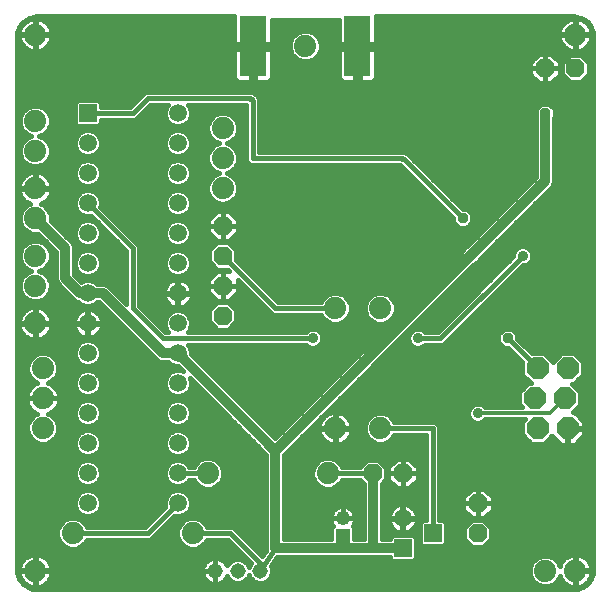
<source format=gbl>
G75*
%MOIN*%
%OFA0B0*%
%FSLAX24Y24*%
%IPPOS*%
%LPD*%
%AMOC8*
5,1,8,0,0,1.08239X$1,22.5*
%
%ADD10C,0.0515*%
%ADD11OC8,0.0740*%
%ADD12C,0.0740*%
%ADD13R,0.0590X0.0590*%
%ADD14C,0.0590*%
%ADD15R,0.0480X0.0480*%
%ADD16C,0.0480*%
%ADD17OC8,0.0630*%
%ADD18R,0.0900X0.2000*%
%ADD19C,0.0320*%
%ADD20C,0.0160*%
%ADD21OC8,0.0356*%
%ADD22C,0.0356*%
%ADD23C,0.0120*%
%ADD24C,0.0238*%
%ADD25OC8,0.0238*%
D10*
X007430Y001930D03*
X008180Y001930D03*
X008930Y001930D03*
D11*
X018080Y007680D03*
X018180Y006680D03*
X019180Y006680D03*
X019080Y007680D03*
X019180Y008680D03*
X018180Y008680D03*
D12*
X012930Y006680D03*
X011430Y006680D03*
X011180Y005180D03*
X007180Y005180D03*
X006680Y003180D03*
X002680Y003180D03*
X001430Y001930D03*
X001680Y006680D03*
X001680Y007680D03*
X001680Y008680D03*
X001430Y010180D03*
X001430Y011430D03*
X001430Y012430D03*
X001430Y013680D03*
X001430Y014680D03*
X001430Y015930D03*
X001430Y016930D03*
X001430Y019805D03*
X007680Y016680D03*
X007680Y015680D03*
X007680Y014680D03*
X011430Y010680D03*
X012930Y010680D03*
X018430Y001930D03*
X019430Y001930D03*
X010430Y019430D03*
X019430Y019805D03*
D13*
X014680Y003180D03*
X013680Y002680D03*
X003180Y017180D03*
D14*
X003180Y016180D03*
X003180Y015180D03*
X003180Y014180D03*
X003180Y013180D03*
X003180Y012180D03*
X003180Y011180D03*
X003180Y010180D03*
X003180Y009180D03*
X003180Y008180D03*
X003180Y007180D03*
X003180Y006180D03*
X003180Y005180D03*
X003180Y004180D03*
X006180Y004180D03*
X006180Y005180D03*
X006180Y006180D03*
X006180Y007180D03*
X006180Y008180D03*
X006180Y009180D03*
X006180Y010180D03*
X006180Y011180D03*
X006180Y012180D03*
X006180Y013180D03*
X006180Y014180D03*
X006180Y015180D03*
X006180Y016180D03*
X006180Y017180D03*
X013680Y003680D03*
D15*
X011680Y003090D03*
D16*
X011680Y003680D03*
D17*
X012680Y005180D03*
X013680Y005180D03*
X016180Y004180D03*
X016180Y003180D03*
X007680Y010430D03*
X007680Y011430D03*
X007680Y012430D03*
X007680Y013430D03*
X018430Y018680D03*
X019430Y018680D03*
D18*
X012170Y019420D03*
X008690Y019420D03*
D19*
X002430Y012680D02*
X001430Y013680D01*
X002430Y012680D02*
X002430Y011680D01*
X002930Y011180D01*
X003180Y011180D01*
X003680Y011180D01*
X005680Y009180D01*
X006180Y009180D01*
X009430Y005930D01*
X015930Y012430D01*
X018430Y014930D01*
X018430Y017180D01*
X009430Y005930D02*
X009430Y002680D01*
X011680Y002680D01*
X011680Y003090D01*
X011680Y002680D02*
X012680Y002680D01*
X012680Y005180D01*
X012680Y002680D02*
X013680Y002680D01*
D20*
X001173Y001391D02*
X001010Y001510D01*
X000891Y001673D01*
X000828Y001866D01*
X000820Y001967D01*
X000820Y019763D01*
X000828Y019864D01*
X000891Y020057D01*
X001010Y020220D01*
X001173Y020340D01*
X001366Y020402D01*
X001467Y020410D01*
X008060Y020410D01*
X008060Y019500D01*
X008610Y019500D01*
X008610Y019340D01*
X008770Y019340D01*
X008770Y019500D01*
X009320Y019500D01*
X009320Y020290D01*
X011540Y020290D01*
X011540Y019500D01*
X012090Y019500D01*
X012090Y019340D01*
X012250Y019340D01*
X012250Y019500D01*
X012800Y019500D01*
X012800Y020410D01*
X019385Y020410D01*
X019486Y020402D01*
X019679Y020340D01*
X019843Y020220D01*
X019962Y020057D01*
X020024Y019864D01*
X020032Y019763D01*
X020032Y001967D01*
X020024Y001866D01*
X019962Y001673D01*
X019843Y001510D01*
X019679Y001391D01*
X019486Y001328D01*
X019385Y001320D01*
X001467Y001320D01*
X001366Y001328D01*
X001173Y001391D01*
X001219Y001420D02*
X001301Y001394D01*
X001387Y001380D01*
X001410Y001380D01*
X001410Y001910D01*
X000880Y001910D01*
X000880Y001887D01*
X000894Y001801D01*
X000920Y001719D01*
X000960Y001642D01*
X001010Y001572D01*
X001072Y001510D01*
X001142Y001460D01*
X001219Y001420D01*
X001334Y001339D02*
X019518Y001339D01*
X019473Y001380D02*
X019559Y001394D01*
X019641Y001420D01*
X019718Y001460D01*
X019788Y001510D01*
X019850Y001572D01*
X019900Y001642D01*
X019940Y001719D01*
X019966Y001801D01*
X019980Y001887D01*
X019980Y001910D01*
X019450Y001910D01*
X019450Y001950D01*
X019410Y001950D01*
X019410Y002480D01*
X019387Y002480D01*
X019301Y002466D01*
X019219Y002440D01*
X019142Y002400D01*
X019072Y002350D01*
X019010Y002288D01*
X018960Y002218D01*
X018920Y002141D01*
X018909Y002106D01*
X018862Y002219D01*
X018719Y002362D01*
X018531Y002440D01*
X018329Y002440D01*
X018141Y002362D01*
X017998Y002219D01*
X017920Y002031D01*
X017920Y001829D01*
X017998Y001641D01*
X018141Y001498D01*
X018329Y001420D01*
X018531Y001420D01*
X018719Y001498D01*
X018862Y001641D01*
X018909Y001754D01*
X018920Y001719D01*
X018960Y001642D01*
X019010Y001572D01*
X019072Y001510D01*
X019142Y001460D01*
X019219Y001420D01*
X019301Y001394D01*
X019387Y001380D01*
X019410Y001380D01*
X019410Y001910D01*
X019450Y001910D01*
X019450Y001380D01*
X019473Y001380D01*
X019450Y001497D02*
X019410Y001497D01*
X019410Y001656D02*
X019450Y001656D01*
X019450Y001814D02*
X019410Y001814D01*
X019450Y001950D02*
X019980Y001950D01*
X019980Y001973D01*
X019966Y002059D01*
X019940Y002141D01*
X019900Y002218D01*
X019850Y002288D01*
X019788Y002350D01*
X019718Y002400D01*
X019641Y002440D01*
X019559Y002466D01*
X019473Y002480D01*
X019450Y002480D01*
X019450Y001950D01*
X019450Y001973D02*
X019410Y001973D01*
X019410Y002131D02*
X019450Y002131D01*
X019450Y002290D02*
X019410Y002290D01*
X019410Y002448D02*
X019450Y002448D01*
X019616Y002448D02*
X020032Y002448D01*
X020032Y002290D02*
X019848Y002290D01*
X019943Y002131D02*
X020032Y002131D01*
X020032Y001973D02*
X019980Y001973D01*
X019968Y001814D02*
X020007Y001814D01*
X019948Y001656D02*
X019907Y001656D01*
X019825Y001497D02*
X019770Y001497D01*
X019090Y001497D02*
X018717Y001497D01*
X018868Y001656D02*
X018953Y001656D01*
X018917Y002131D02*
X018899Y002131D01*
X018792Y002290D02*
X019012Y002290D01*
X019244Y002448D02*
X014115Y002448D01*
X014115Y002327D02*
X014033Y002245D01*
X013327Y002245D01*
X013245Y002327D01*
X013245Y002380D01*
X009494Y002380D01*
X009297Y002083D01*
X009327Y002009D01*
X009327Y001851D01*
X009267Y001705D01*
X009155Y001593D01*
X009009Y001533D01*
X008851Y001533D01*
X008705Y001593D01*
X008593Y001705D01*
X008555Y001797D01*
X008517Y001705D01*
X008405Y001593D01*
X008259Y001533D01*
X008101Y001533D01*
X007955Y001593D01*
X007843Y001705D01*
X007827Y001745D01*
X007804Y001701D01*
X007764Y001645D01*
X007715Y001596D01*
X007659Y001556D01*
X007598Y001525D01*
X007532Y001503D01*
X007464Y001493D01*
X007430Y001493D01*
X007430Y001930D01*
X007430Y001930D01*
X007430Y002367D01*
X007464Y002367D01*
X007532Y002357D01*
X007598Y002335D01*
X007659Y002304D01*
X007715Y002264D01*
X007764Y002215D01*
X007804Y002159D01*
X007827Y002115D01*
X007843Y002155D01*
X007955Y002267D01*
X008101Y002327D01*
X008259Y002327D01*
X008405Y002267D01*
X008517Y002155D01*
X008555Y002063D01*
X008593Y002155D01*
X008618Y002180D01*
X007839Y002960D01*
X007141Y002960D01*
X007112Y002891D01*
X006969Y002748D01*
X006781Y002670D01*
X006579Y002670D01*
X006391Y002748D01*
X006248Y002891D01*
X006170Y003079D01*
X006170Y003281D01*
X006248Y003469D01*
X006391Y003612D01*
X006579Y003690D01*
X006781Y003690D01*
X006969Y003612D01*
X007112Y003469D01*
X007141Y003400D01*
X008021Y003400D01*
X008150Y003271D01*
X008996Y002425D01*
X009130Y002627D01*
X009130Y005806D01*
X006577Y008359D01*
X006615Y008267D01*
X006615Y008093D01*
X006549Y007934D01*
X006426Y007811D01*
X006267Y007745D01*
X006093Y007745D01*
X005934Y007811D01*
X005811Y007934D01*
X005745Y008093D01*
X005745Y008267D01*
X005811Y008426D01*
X005934Y008549D01*
X006093Y008615D01*
X006267Y008615D01*
X006359Y008577D01*
X006191Y008745D01*
X006093Y008745D01*
X005934Y008811D01*
X005865Y008880D01*
X005620Y008880D01*
X005510Y008926D01*
X005426Y009010D01*
X003556Y010880D01*
X003495Y010880D01*
X003426Y010811D01*
X003267Y010745D01*
X003093Y010745D01*
X002934Y010811D01*
X002861Y010884D01*
X002760Y010926D01*
X002260Y011426D01*
X002176Y011510D01*
X002130Y011620D01*
X002130Y012556D01*
X001516Y013170D01*
X001329Y013170D01*
X001141Y013248D01*
X000998Y013391D01*
X000920Y013579D01*
X000920Y013781D01*
X000998Y013969D01*
X001141Y014112D01*
X001254Y014159D01*
X001219Y014170D01*
X001142Y014210D01*
X001072Y014260D01*
X001010Y014322D01*
X000960Y014392D01*
X000920Y014469D01*
X000894Y014551D01*
X000880Y014637D01*
X000880Y014660D01*
X001410Y014660D01*
X001410Y014700D01*
X001410Y015230D01*
X001387Y015230D01*
X001301Y015216D01*
X001219Y015190D01*
X001142Y015150D01*
X001072Y015100D01*
X001010Y015038D01*
X000960Y014968D01*
X000920Y014891D01*
X000894Y014809D01*
X000880Y014723D01*
X000880Y014700D01*
X001410Y014700D01*
X001450Y014700D01*
X001450Y015230D01*
X001473Y015230D01*
X001559Y015216D01*
X001641Y015190D01*
X001718Y015150D01*
X001788Y015100D01*
X001850Y015038D01*
X001900Y014968D01*
X001940Y014891D01*
X001966Y014809D01*
X001980Y014723D01*
X001980Y014700D01*
X001450Y014700D01*
X001450Y014660D01*
X001980Y014660D01*
X001980Y014637D01*
X001966Y014551D01*
X001940Y014469D01*
X001900Y014392D01*
X001850Y014322D01*
X001788Y014260D01*
X001718Y014210D01*
X001641Y014170D01*
X001606Y014159D01*
X001719Y014112D01*
X001862Y013969D01*
X001940Y013781D01*
X001940Y013594D01*
X002684Y012850D01*
X002730Y012740D01*
X002730Y011804D01*
X002970Y011564D01*
X003093Y011615D01*
X003267Y011615D01*
X003426Y011549D01*
X003495Y011480D01*
X003740Y011480D01*
X003850Y011434D01*
X004460Y010824D01*
X004460Y012589D01*
X003293Y013756D01*
X003267Y013745D01*
X003093Y013745D01*
X002934Y013811D01*
X002811Y013934D01*
X002745Y014093D01*
X002745Y014267D01*
X002811Y014426D01*
X002934Y014549D01*
X003093Y014615D01*
X003267Y014615D01*
X003426Y014549D01*
X003549Y014426D01*
X003615Y014267D01*
X003615Y014093D01*
X003604Y014067D01*
X004900Y012771D01*
X004900Y010771D01*
X005771Y009900D01*
X005845Y009900D01*
X005811Y009934D01*
X005745Y010093D01*
X005745Y010267D01*
X005811Y010426D01*
X005934Y010549D01*
X006093Y010615D01*
X006267Y010615D01*
X006426Y010549D01*
X006549Y010426D01*
X006615Y010267D01*
X006615Y010093D01*
X006549Y009934D01*
X006515Y009900D01*
X010450Y009900D01*
X010500Y009950D01*
X010617Y009998D01*
X010743Y009998D01*
X010860Y009950D01*
X010950Y009860D01*
X010998Y009743D01*
X010998Y009617D01*
X010950Y009500D01*
X010860Y009410D01*
X010743Y009362D01*
X010617Y009362D01*
X010500Y009410D01*
X010450Y009460D01*
X006515Y009460D01*
X006549Y009426D01*
X006615Y009267D01*
X006615Y009169D01*
X009430Y006354D01*
X015612Y012536D01*
X015612Y012562D01*
X015798Y012748D01*
X015824Y012748D01*
X018130Y015054D01*
X018130Y017030D01*
X008900Y017030D01*
X008900Y016872D02*
X018130Y016872D01*
X018130Y017030D02*
X018112Y017048D01*
X018112Y017312D01*
X018298Y017498D01*
X018562Y017498D01*
X018748Y017312D01*
X018748Y017048D01*
X018730Y017030D01*
X020032Y017030D01*
X020032Y016872D02*
X018730Y016872D01*
X018730Y017030D02*
X018730Y014870D01*
X018684Y014760D01*
X016248Y012324D01*
X016248Y012298D01*
X016062Y012112D01*
X016036Y012112D01*
X009730Y005806D01*
X009730Y002980D01*
X011300Y002980D01*
X011300Y003388D01*
X011342Y003430D01*
X011321Y003460D01*
X011291Y003519D01*
X011270Y003582D01*
X011260Y003647D01*
X011260Y003680D01*
X011680Y003680D01*
X011680Y003680D01*
X011680Y004100D01*
X011713Y004100D01*
X011778Y004090D01*
X011841Y004069D01*
X011900Y004039D01*
X011954Y004000D01*
X012000Y003954D01*
X012039Y003900D01*
X012069Y003841D01*
X012090Y003778D01*
X012100Y003713D01*
X012100Y003680D01*
X011680Y003680D01*
X011680Y003680D01*
X011680Y003680D01*
X011680Y004100D01*
X011647Y004100D01*
X011582Y004090D01*
X011519Y004069D01*
X011460Y004039D01*
X011406Y004000D01*
X011360Y003954D01*
X011321Y003900D01*
X011291Y003841D01*
X011270Y003778D01*
X011260Y003713D01*
X011260Y003680D01*
X011680Y003680D01*
X012100Y003680D01*
X012100Y003647D01*
X012090Y003582D01*
X012069Y003519D01*
X012039Y003460D01*
X012018Y003430D01*
X012060Y003388D01*
X012060Y002980D01*
X012380Y002980D01*
X012380Y004837D01*
X012257Y004960D01*
X011641Y004960D01*
X011612Y004891D01*
X011469Y004748D01*
X011281Y004670D01*
X011079Y004670D01*
X010891Y004748D01*
X010748Y004891D01*
X010670Y005079D01*
X010670Y005281D01*
X010748Y005469D01*
X010891Y005612D01*
X011079Y005690D01*
X011281Y005690D01*
X011469Y005612D01*
X011612Y005469D01*
X011641Y005400D01*
X012257Y005400D01*
X012492Y005635D01*
X012868Y005635D01*
X013135Y005368D01*
X013135Y004992D01*
X012980Y004837D01*
X012980Y002980D01*
X013245Y002980D01*
X013245Y003033D01*
X013327Y003115D01*
X014033Y003115D01*
X014115Y003033D01*
X014115Y002327D01*
X014077Y002290D02*
X018068Y002290D01*
X017961Y002131D02*
X009328Y002131D01*
X009327Y001973D02*
X017920Y001973D01*
X017926Y001814D02*
X009312Y001814D01*
X009218Y001656D02*
X017992Y001656D01*
X018143Y001497D02*
X007493Y001497D01*
X007430Y001497D02*
X007430Y001497D01*
X007430Y001493D02*
X007396Y001493D01*
X007328Y001503D01*
X007262Y001525D01*
X007201Y001556D01*
X007145Y001596D01*
X007096Y001645D01*
X007056Y001701D01*
X007025Y001762D01*
X007003Y001828D01*
X006993Y001896D01*
X006993Y001930D01*
X007430Y001930D01*
X007430Y001493D01*
X007367Y001497D02*
X001770Y001497D01*
X001788Y001510D02*
X001850Y001572D01*
X001900Y001642D01*
X001940Y001719D01*
X001966Y001801D01*
X001980Y001887D01*
X001980Y001910D01*
X001450Y001910D01*
X001450Y001950D01*
X001410Y001950D01*
X001410Y002480D01*
X001387Y002480D01*
X001301Y002466D01*
X001219Y002440D01*
X001142Y002400D01*
X001072Y002350D01*
X001010Y002288D01*
X000960Y002218D01*
X000920Y002141D01*
X000894Y002059D01*
X000880Y001973D01*
X000880Y001950D01*
X001410Y001950D01*
X001410Y001910D01*
X001450Y001910D01*
X001450Y001380D01*
X001473Y001380D01*
X001559Y001394D01*
X001641Y001420D01*
X001718Y001460D01*
X001788Y001510D01*
X001907Y001656D02*
X007089Y001656D01*
X007008Y001814D02*
X001968Y001814D01*
X001980Y001950D02*
X001980Y001973D01*
X001966Y002059D01*
X001940Y002141D01*
X001900Y002218D01*
X001850Y002288D01*
X001788Y002350D01*
X001718Y002400D01*
X001641Y002440D01*
X001559Y002466D01*
X001473Y002480D01*
X001450Y002480D01*
X001450Y001950D01*
X001980Y001950D01*
X001980Y001973D02*
X006994Y001973D01*
X006993Y001964D02*
X006993Y001930D01*
X007430Y001930D01*
X007430Y001930D01*
X007430Y001930D01*
X007430Y002367D01*
X007396Y002367D01*
X007328Y002357D01*
X007262Y002335D01*
X007201Y002304D01*
X007145Y002264D01*
X007096Y002215D01*
X007056Y002159D01*
X007025Y002098D01*
X007003Y002032D01*
X006993Y001964D01*
X007041Y002131D02*
X001943Y002131D01*
X001848Y002290D02*
X007181Y002290D01*
X007430Y002290D02*
X007430Y002290D01*
X007430Y002131D02*
X007430Y002131D01*
X007430Y001973D02*
X007430Y001973D01*
X007430Y001814D02*
X007430Y001814D01*
X007430Y001656D02*
X007430Y001656D01*
X007771Y001656D02*
X007892Y001656D01*
X007833Y002131D02*
X007819Y002131D01*
X007679Y002290D02*
X008009Y002290D01*
X008192Y002607D02*
X000820Y002607D01*
X000820Y002765D02*
X002374Y002765D01*
X002391Y002748D02*
X002579Y002670D01*
X002781Y002670D01*
X002969Y002748D01*
X003112Y002891D01*
X003141Y002960D01*
X005271Y002960D01*
X005400Y003089D01*
X006067Y003756D01*
X006093Y003745D01*
X006267Y003745D01*
X006426Y003811D01*
X006549Y003934D01*
X006615Y004093D01*
X006615Y004267D01*
X006549Y004426D01*
X006426Y004549D01*
X006267Y004615D01*
X006093Y004615D01*
X005934Y004549D01*
X005811Y004426D01*
X005745Y004267D01*
X005745Y004093D01*
X005756Y004067D01*
X005089Y003400D01*
X003141Y003400D01*
X003112Y003469D01*
X002969Y003612D01*
X002781Y003690D01*
X002579Y003690D01*
X002391Y003612D01*
X002248Y003469D01*
X002170Y003281D01*
X002170Y003079D01*
X002248Y002891D01*
X002391Y002748D01*
X002234Y002924D02*
X000820Y002924D01*
X000820Y003082D02*
X002170Y003082D01*
X002170Y003241D02*
X000820Y003241D01*
X000820Y003399D02*
X002219Y003399D01*
X002336Y003558D02*
X000820Y003558D01*
X000820Y003716D02*
X005405Y003716D01*
X005563Y003875D02*
X003490Y003875D01*
X003549Y003934D02*
X003426Y003811D01*
X003267Y003745D01*
X003093Y003745D01*
X002934Y003811D01*
X002811Y003934D01*
X002745Y004093D01*
X002745Y004267D01*
X002811Y004426D01*
X002934Y004549D01*
X003093Y004615D01*
X003267Y004615D01*
X003426Y004549D01*
X003549Y004426D01*
X003615Y004267D01*
X003615Y004093D01*
X003549Y003934D01*
X003590Y004033D02*
X005722Y004033D01*
X005745Y004192D02*
X003615Y004192D01*
X003580Y004350D02*
X005780Y004350D01*
X005893Y004509D02*
X003467Y004509D01*
X003426Y004811D02*
X003267Y004745D01*
X003093Y004745D01*
X002934Y004811D01*
X002811Y004934D01*
X002745Y005093D01*
X002745Y005267D01*
X002811Y005426D01*
X002934Y005549D01*
X003093Y005615D01*
X003267Y005615D01*
X003426Y005549D01*
X003549Y005426D01*
X003615Y005267D01*
X003615Y005093D01*
X003549Y004934D01*
X003426Y004811D01*
X003441Y004826D02*
X005919Y004826D01*
X005934Y004811D02*
X006093Y004745D01*
X006267Y004745D01*
X006426Y004811D01*
X006549Y004934D01*
X006560Y004960D01*
X006719Y004960D01*
X006748Y004891D01*
X006891Y004748D01*
X007079Y004670D01*
X007281Y004670D01*
X007469Y004748D01*
X007612Y004891D01*
X007690Y005079D01*
X007690Y005281D01*
X007612Y005469D01*
X007469Y005612D01*
X007281Y005690D01*
X007079Y005690D01*
X006891Y005612D01*
X006748Y005469D01*
X006719Y005400D01*
X006560Y005400D01*
X006549Y005426D01*
X006426Y005549D01*
X006267Y005615D01*
X006093Y005615D01*
X005934Y005549D01*
X005811Y005426D01*
X005745Y005267D01*
X005745Y005093D01*
X005811Y004934D01*
X005934Y004811D01*
X005790Y004984D02*
X003570Y004984D01*
X003615Y005143D02*
X005745Y005143D01*
X005759Y005301D02*
X003601Y005301D01*
X003516Y005460D02*
X005844Y005460D01*
X006017Y005777D02*
X003343Y005777D01*
X003267Y005745D02*
X003426Y005811D01*
X003549Y005934D01*
X003615Y006093D01*
X003615Y006267D01*
X003549Y006426D01*
X003426Y006549D01*
X003267Y006615D01*
X003093Y006615D01*
X002934Y006549D01*
X002811Y006426D01*
X002745Y006267D01*
X002745Y006093D01*
X002811Y005934D01*
X002934Y005811D01*
X003093Y005745D01*
X003267Y005745D01*
X003017Y005777D02*
X000820Y005777D01*
X000820Y005935D02*
X002811Y005935D01*
X002745Y006094D02*
X000820Y006094D01*
X000820Y006252D02*
X001387Y006252D01*
X001391Y006248D02*
X001579Y006170D01*
X001781Y006170D01*
X001969Y006248D01*
X002112Y006391D01*
X002190Y006579D01*
X002190Y006781D01*
X002112Y006969D01*
X001969Y007112D01*
X001856Y007159D01*
X001891Y007170D01*
X001968Y007210D01*
X002038Y007260D01*
X002100Y007322D01*
X002150Y007392D01*
X002190Y007469D01*
X002216Y007551D01*
X002230Y007637D01*
X002230Y007680D01*
X002230Y007723D01*
X002216Y007809D01*
X002190Y007891D01*
X002150Y007968D01*
X002100Y008038D01*
X002038Y008100D01*
X001968Y008150D01*
X001891Y008190D01*
X001856Y008201D01*
X001969Y008248D01*
X002112Y008391D01*
X002190Y008579D01*
X002190Y008781D01*
X002112Y008969D01*
X001969Y009112D01*
X001781Y009190D01*
X001579Y009190D01*
X001391Y009112D01*
X001248Y008969D01*
X001170Y008781D01*
X001170Y008579D01*
X001248Y008391D01*
X001391Y008248D01*
X001504Y008201D01*
X001469Y008190D01*
X001392Y008150D01*
X001322Y008100D01*
X001260Y008038D01*
X001210Y007968D01*
X001170Y007891D01*
X001144Y007809D01*
X001130Y007723D01*
X001130Y007680D01*
X001680Y007680D01*
X002230Y007680D01*
X001680Y007680D01*
X001680Y007680D01*
X001680Y007680D01*
X001130Y007680D01*
X001130Y007637D01*
X001144Y007551D01*
X001170Y007469D01*
X001210Y007392D01*
X001260Y007322D01*
X001322Y007260D01*
X001392Y007210D01*
X001469Y007170D01*
X001504Y007159D01*
X001391Y007112D01*
X001248Y006969D01*
X001170Y006781D01*
X001170Y006579D01*
X001248Y006391D01*
X001391Y006248D01*
X001240Y006411D02*
X000820Y006411D01*
X000820Y006569D02*
X001174Y006569D01*
X001170Y006728D02*
X000820Y006728D01*
X000820Y006886D02*
X001213Y006886D01*
X001323Y007045D02*
X000820Y007045D01*
X000820Y007203D02*
X001405Y007203D01*
X001232Y007362D02*
X000820Y007362D01*
X000820Y007520D02*
X001154Y007520D01*
X001130Y007679D02*
X000820Y007679D01*
X000820Y007837D02*
X001153Y007837D01*
X001229Y007996D02*
X000820Y007996D01*
X000820Y008154D02*
X001399Y008154D01*
X001326Y008313D02*
X000820Y008313D01*
X000820Y008471D02*
X001215Y008471D01*
X001170Y008630D02*
X000820Y008630D01*
X000820Y008788D02*
X001173Y008788D01*
X001238Y008947D02*
X000820Y008947D01*
X000820Y009105D02*
X001384Y009105D01*
X001387Y009630D02*
X001301Y009644D01*
X001219Y009670D01*
X001142Y009710D01*
X001072Y009760D01*
X001010Y009822D01*
X000960Y009892D01*
X000920Y009969D01*
X000894Y010051D01*
X000880Y010137D01*
X000880Y010160D01*
X001410Y010160D01*
X001410Y010200D01*
X001410Y010730D01*
X001387Y010730D01*
X001301Y010716D01*
X001219Y010690D01*
X001142Y010650D01*
X001072Y010600D01*
X001010Y010538D01*
X000960Y010468D01*
X000920Y010391D01*
X000894Y010309D01*
X000880Y010223D01*
X000880Y010200D01*
X001410Y010200D01*
X001450Y010200D01*
X001450Y010730D01*
X001473Y010730D01*
X001559Y010716D01*
X001641Y010690D01*
X001718Y010650D01*
X001788Y010600D01*
X001850Y010538D01*
X001900Y010468D01*
X001940Y010391D01*
X001966Y010309D01*
X001980Y010223D01*
X001980Y010200D01*
X001450Y010200D01*
X001450Y010160D01*
X001980Y010160D01*
X001980Y010137D01*
X001966Y010051D01*
X001940Y009969D01*
X001900Y009892D01*
X001850Y009822D01*
X001788Y009760D01*
X001718Y009710D01*
X001641Y009670D01*
X001559Y009644D01*
X001473Y009630D01*
X001450Y009630D01*
X001450Y010160D01*
X001410Y010160D01*
X001410Y009630D01*
X001387Y009630D01*
X001410Y009739D02*
X001450Y009739D01*
X001450Y009898D02*
X001410Y009898D01*
X001410Y010056D02*
X001450Y010056D01*
X001450Y010215D02*
X001410Y010215D01*
X001410Y010373D02*
X001450Y010373D01*
X001450Y010532D02*
X001410Y010532D01*
X001410Y010690D02*
X001450Y010690D01*
X001640Y010690D02*
X003746Y010690D01*
X003904Y010532D02*
X003500Y010532D01*
X003489Y010542D02*
X003429Y010586D01*
X003362Y010620D01*
X003291Y010643D01*
X003217Y010655D01*
X003198Y010655D01*
X003198Y010198D01*
X003655Y010198D01*
X003655Y010217D01*
X003643Y010291D01*
X003620Y010362D01*
X003586Y010429D01*
X003542Y010489D01*
X003489Y010542D01*
X003615Y010373D02*
X004063Y010373D01*
X004221Y010215D02*
X003655Y010215D01*
X003655Y010162D02*
X003198Y010162D01*
X003198Y010198D01*
X003162Y010198D01*
X003162Y010655D01*
X003143Y010655D01*
X003069Y010643D01*
X002998Y010620D01*
X002931Y010586D01*
X002871Y010542D01*
X002818Y010489D01*
X002774Y010429D01*
X002740Y010362D01*
X002717Y010291D01*
X002705Y010217D01*
X002705Y010198D01*
X003162Y010198D01*
X003162Y010162D01*
X003198Y010162D01*
X003198Y009705D01*
X003217Y009705D01*
X003291Y009717D01*
X003362Y009740D01*
X003429Y009774D01*
X003489Y009818D01*
X003542Y009871D01*
X003586Y009931D01*
X003620Y009998D01*
X003643Y010069D01*
X003655Y010143D01*
X003655Y010162D01*
X003639Y010056D02*
X004380Y010056D01*
X004538Y009898D02*
X003562Y009898D01*
X003360Y009739D02*
X004697Y009739D01*
X004855Y009581D02*
X003350Y009581D01*
X003426Y009549D02*
X003267Y009615D01*
X003093Y009615D01*
X002934Y009549D01*
X002811Y009426D01*
X002745Y009267D01*
X002745Y009093D01*
X002811Y008934D01*
X002934Y008811D01*
X003093Y008745D01*
X003267Y008745D01*
X003426Y008811D01*
X003549Y008934D01*
X003615Y009093D01*
X003615Y009267D01*
X003549Y009426D01*
X003426Y009549D01*
X003551Y009422D02*
X005014Y009422D01*
X005172Y009264D02*
X003615Y009264D01*
X003615Y009105D02*
X005331Y009105D01*
X005489Y008947D02*
X003554Y008947D01*
X003370Y008788D02*
X005990Y008788D01*
X006306Y008630D02*
X002190Y008630D01*
X002187Y008788D02*
X002990Y008788D01*
X003093Y008615D02*
X002934Y008549D01*
X002811Y008426D01*
X002745Y008267D01*
X002745Y008093D01*
X002811Y007934D01*
X002934Y007811D01*
X003093Y007745D01*
X003267Y007745D01*
X003426Y007811D01*
X003549Y007934D01*
X003615Y008093D01*
X003615Y008267D01*
X003549Y008426D01*
X003426Y008549D01*
X003267Y008615D01*
X003093Y008615D01*
X002856Y008471D02*
X002145Y008471D01*
X002034Y008313D02*
X002764Y008313D01*
X002745Y008154D02*
X001961Y008154D01*
X002131Y007996D02*
X002786Y007996D01*
X002908Y007837D02*
X002207Y007837D01*
X002230Y007679D02*
X007257Y007679D01*
X007099Y007837D02*
X006452Y007837D01*
X006574Y007996D02*
X006940Y007996D01*
X006782Y008154D02*
X006615Y008154D01*
X006623Y008313D02*
X006596Y008313D01*
X006996Y008788D02*
X011864Y008788D01*
X012022Y008947D02*
X006838Y008947D01*
X006679Y009105D02*
X012181Y009105D01*
X012339Y009264D02*
X006615Y009264D01*
X006551Y009422D02*
X010488Y009422D01*
X010680Y009680D02*
X005680Y009680D01*
X004680Y010680D01*
X004680Y012680D01*
X003180Y014180D01*
X002879Y014494D02*
X001948Y014494D01*
X001980Y014653D02*
X007170Y014653D01*
X007170Y014579D02*
X007248Y014391D01*
X007391Y014248D01*
X007579Y014170D01*
X007781Y014170D01*
X007969Y014248D01*
X008112Y014391D01*
X008190Y014579D01*
X008190Y014781D01*
X008112Y014969D01*
X007969Y015112D01*
X007806Y015180D01*
X007969Y015248D01*
X008112Y015391D01*
X008190Y015579D01*
X008190Y015781D01*
X008112Y015969D01*
X007969Y016112D01*
X007806Y016180D01*
X007969Y016248D01*
X008112Y016391D01*
X008190Y016579D01*
X008190Y016781D01*
X008112Y016969D01*
X007969Y017112D01*
X007781Y017190D01*
X007579Y017190D01*
X007391Y017112D01*
X007248Y016969D01*
X007170Y016781D01*
X007170Y016579D01*
X007248Y016391D01*
X007391Y016248D01*
X007554Y016180D01*
X007391Y016112D01*
X007248Y015969D01*
X007170Y015781D01*
X007170Y015579D01*
X007248Y015391D01*
X007391Y015248D01*
X007554Y015180D01*
X007391Y015112D01*
X007248Y014969D01*
X007170Y014781D01*
X007170Y014579D01*
X007205Y014494D02*
X006481Y014494D01*
X006426Y014549D02*
X006267Y014615D01*
X006093Y014615D01*
X005934Y014549D01*
X005811Y014426D01*
X005745Y014267D01*
X005745Y014093D01*
X005811Y013934D01*
X005934Y013811D01*
X006093Y013745D01*
X006267Y013745D01*
X006426Y013811D01*
X006549Y013934D01*
X006615Y014093D01*
X006615Y014267D01*
X006549Y014426D01*
X006426Y014549D01*
X006267Y014745D02*
X006426Y014811D01*
X007182Y014811D01*
X007248Y014970D02*
X006564Y014970D01*
X006549Y014934D02*
X006615Y015093D01*
X006615Y015267D01*
X006549Y015426D01*
X006426Y015549D01*
X006267Y015615D01*
X006093Y015615D01*
X005934Y015549D01*
X005811Y015426D01*
X005745Y015267D01*
X005745Y015093D01*
X005811Y014934D01*
X005934Y014811D01*
X003426Y014811D01*
X003549Y014934D01*
X003615Y015093D01*
X003615Y015267D01*
X003549Y015426D01*
X003426Y015549D01*
X003267Y015615D01*
X003093Y015615D01*
X002934Y015549D01*
X002811Y015426D01*
X002745Y015267D01*
X002745Y015093D01*
X002811Y014934D01*
X002934Y014811D01*
X001966Y014811D01*
X001899Y014970D02*
X002796Y014970D01*
X002745Y015128D02*
X001749Y015128D01*
X001592Y015445D02*
X002830Y015445D01*
X002753Y015287D02*
X000820Y015287D01*
X000820Y015445D02*
X001268Y015445D01*
X001329Y015420D02*
X001141Y015498D01*
X000998Y015641D01*
X000920Y015829D01*
X000920Y016031D01*
X000998Y016219D01*
X001141Y016362D01*
X001304Y016430D01*
X001141Y016498D01*
X000998Y016641D01*
X000920Y016829D01*
X000920Y017031D01*
X000998Y017219D01*
X001141Y017362D01*
X001329Y017440D01*
X001531Y017440D01*
X001719Y017362D01*
X001862Y017219D01*
X001940Y017031D01*
X001940Y016829D01*
X001862Y016641D01*
X001719Y016498D01*
X001556Y016430D01*
X001719Y016362D01*
X001862Y016219D01*
X001940Y016031D01*
X001940Y015829D01*
X001862Y015641D01*
X001719Y015498D01*
X001531Y015420D01*
X001329Y015420D01*
X001410Y015128D02*
X001450Y015128D01*
X001450Y014970D02*
X001410Y014970D01*
X001410Y014811D02*
X001450Y014811D01*
X001111Y015128D02*
X000820Y015128D01*
X000820Y014970D02*
X000961Y014970D01*
X000894Y014811D02*
X000820Y014811D01*
X000820Y014653D02*
X000880Y014653D01*
X000912Y014494D02*
X000820Y014494D01*
X000820Y014336D02*
X001000Y014336D01*
X000820Y014177D02*
X001206Y014177D01*
X001047Y014019D02*
X000820Y014019D01*
X000820Y013860D02*
X000953Y013860D01*
X000920Y013702D02*
X000820Y013702D01*
X000820Y013543D02*
X000935Y013543D01*
X001004Y013385D02*
X000820Y013385D01*
X000820Y013226D02*
X001193Y013226D01*
X001329Y012940D02*
X001141Y012862D01*
X000998Y012719D01*
X000920Y012531D01*
X000920Y012329D01*
X000998Y012141D01*
X001141Y011998D01*
X001304Y011930D01*
X001141Y011862D01*
X000998Y011719D01*
X000920Y011531D01*
X000920Y011329D01*
X000998Y011141D01*
X001141Y010998D01*
X001329Y010920D01*
X001531Y010920D01*
X001719Y010998D01*
X001862Y011141D01*
X001940Y011329D01*
X001940Y011531D01*
X001862Y011719D01*
X001719Y011862D01*
X001556Y011930D01*
X001719Y011998D01*
X001862Y012141D01*
X001940Y012329D01*
X001940Y012531D01*
X001862Y012719D01*
X001719Y012862D01*
X001531Y012940D01*
X001329Y012940D01*
X001254Y012909D02*
X000820Y012909D01*
X000820Y012751D02*
X001029Y012751D01*
X000945Y012592D02*
X000820Y012592D01*
X000820Y012434D02*
X000920Y012434D01*
X000942Y012275D02*
X000820Y012275D01*
X000820Y012117D02*
X001022Y012117D01*
X000820Y011958D02*
X001237Y011958D01*
X001078Y011800D02*
X000820Y011800D01*
X000820Y011641D02*
X000965Y011641D01*
X000920Y011483D02*
X000820Y011483D01*
X000820Y011324D02*
X000922Y011324D01*
X000988Y011166D02*
X000820Y011166D01*
X000820Y011007D02*
X001132Y011007D01*
X001220Y010690D02*
X000820Y010690D01*
X000820Y010532D02*
X001006Y010532D01*
X000914Y010373D02*
X000820Y010373D01*
X000820Y010215D02*
X000880Y010215D01*
X000893Y010056D02*
X000820Y010056D01*
X000820Y009898D02*
X000957Y009898D01*
X000820Y009739D02*
X001101Y009739D01*
X000820Y009581D02*
X003010Y009581D01*
X003069Y009717D02*
X003143Y009705D01*
X003162Y009705D01*
X003162Y010162D01*
X002705Y010162D01*
X002705Y010143D01*
X002717Y010069D01*
X002740Y009998D01*
X002774Y009931D01*
X002818Y009871D01*
X002871Y009818D01*
X002931Y009774D01*
X002998Y009740D01*
X003069Y009717D01*
X003000Y009739D02*
X001759Y009739D01*
X001903Y009898D02*
X002798Y009898D01*
X002721Y010056D02*
X001967Y010056D01*
X001980Y010215D02*
X002705Y010215D01*
X002745Y010373D02*
X001946Y010373D01*
X001854Y010532D02*
X002860Y010532D01*
X003162Y010532D02*
X003198Y010532D01*
X003198Y010373D02*
X003162Y010373D01*
X003162Y010215D02*
X003198Y010215D01*
X003198Y010056D02*
X003162Y010056D01*
X003162Y009898D02*
X003198Y009898D01*
X003198Y009739D02*
X003162Y009739D01*
X002809Y009422D02*
X000820Y009422D01*
X000820Y009264D02*
X002745Y009264D01*
X002745Y009105D02*
X001976Y009105D01*
X002122Y008947D02*
X002806Y008947D01*
X003504Y008471D02*
X005856Y008471D01*
X005764Y008313D02*
X003596Y008313D01*
X003615Y008154D02*
X005745Y008154D01*
X005786Y007996D02*
X003574Y007996D01*
X003452Y007837D02*
X005908Y007837D01*
X006093Y007615D02*
X005934Y007549D01*
X005811Y007426D01*
X005745Y007267D01*
X005745Y007093D01*
X005811Y006934D01*
X005934Y006811D01*
X006093Y006745D01*
X006267Y006745D01*
X006426Y006811D01*
X006549Y006934D01*
X006615Y007093D01*
X006615Y007267D01*
X006549Y007426D01*
X006426Y007549D01*
X006267Y007615D01*
X006093Y007615D01*
X005905Y007520D02*
X003455Y007520D01*
X003426Y007549D02*
X003549Y007426D01*
X003615Y007267D01*
X003615Y007093D01*
X003549Y006934D01*
X003426Y006811D01*
X003267Y006745D01*
X003093Y006745D01*
X002934Y006811D01*
X002811Y006934D01*
X002745Y007093D01*
X002745Y007267D01*
X002811Y007426D01*
X002934Y007549D01*
X003093Y007615D01*
X003267Y007615D01*
X003426Y007549D01*
X003576Y007362D02*
X005784Y007362D01*
X005745Y007203D02*
X003615Y007203D01*
X003595Y007045D02*
X005765Y007045D01*
X005859Y006886D02*
X003501Y006886D01*
X003378Y006569D02*
X005982Y006569D01*
X005934Y006549D02*
X006093Y006615D01*
X006267Y006615D01*
X006426Y006549D01*
X006549Y006426D01*
X006615Y006267D01*
X006615Y006093D01*
X006549Y005934D01*
X006426Y005811D01*
X006267Y005745D01*
X006093Y005745D01*
X005934Y005811D01*
X005811Y005934D01*
X005745Y006093D01*
X005745Y006267D01*
X005811Y006426D01*
X005934Y006549D01*
X005805Y006411D02*
X003555Y006411D01*
X003615Y006252D02*
X005745Y006252D01*
X005745Y006094D02*
X003615Y006094D01*
X003549Y005935D02*
X005811Y005935D01*
X006343Y005777D02*
X009130Y005777D01*
X009130Y005618D02*
X007455Y005618D01*
X007616Y005460D02*
X009130Y005460D01*
X009130Y005301D02*
X007682Y005301D01*
X007690Y005143D02*
X009130Y005143D01*
X009130Y004984D02*
X007651Y004984D01*
X007547Y004826D02*
X009130Y004826D01*
X009130Y004667D02*
X000820Y004667D01*
X000820Y004509D02*
X002893Y004509D01*
X002780Y004350D02*
X000820Y004350D01*
X000820Y004192D02*
X002745Y004192D01*
X002770Y004033D02*
X000820Y004033D01*
X000820Y003875D02*
X002870Y003875D01*
X003024Y003558D02*
X005246Y003558D01*
X005180Y003180D02*
X002680Y003180D01*
X003126Y002924D02*
X006234Y002924D01*
X006170Y003082D02*
X005393Y003082D01*
X005552Y003241D02*
X006170Y003241D01*
X006219Y003399D02*
X005710Y003399D01*
X005869Y003558D02*
X006336Y003558D01*
X006027Y003716D02*
X009130Y003716D01*
X009130Y003558D02*
X007024Y003558D01*
X006680Y003180D02*
X007930Y003180D01*
X008893Y002217D01*
X008930Y002128D02*
X008930Y001930D01*
X009430Y002680D01*
X009730Y003082D02*
X011300Y003082D01*
X011300Y003241D02*
X009730Y003241D01*
X009730Y003399D02*
X011311Y003399D01*
X011278Y003558D02*
X009730Y003558D01*
X009730Y003716D02*
X011260Y003716D01*
X011308Y003875D02*
X009730Y003875D01*
X009730Y004033D02*
X011451Y004033D01*
X011680Y004033D02*
X011680Y004033D01*
X011680Y003875D02*
X011680Y003875D01*
X011680Y003716D02*
X011680Y003716D01*
X011909Y004033D02*
X012380Y004033D01*
X012380Y003875D02*
X012052Y003875D01*
X012100Y003716D02*
X012380Y003716D01*
X012380Y003558D02*
X012082Y003558D01*
X012049Y003399D02*
X012380Y003399D01*
X012380Y003241D02*
X012060Y003241D01*
X012060Y003082D02*
X012380Y003082D01*
X012980Y003082D02*
X013294Y003082D01*
X013431Y003274D02*
X013498Y003240D01*
X013569Y003217D01*
X013643Y003205D01*
X013662Y003205D01*
X013662Y003662D01*
X013205Y003662D01*
X013205Y003643D01*
X013217Y003569D01*
X013240Y003498D01*
X013274Y003431D01*
X013318Y003371D01*
X013371Y003318D01*
X013431Y003274D01*
X013496Y003241D02*
X012980Y003241D01*
X012980Y003399D02*
X013297Y003399D01*
X013220Y003558D02*
X012980Y003558D01*
X012980Y003716D02*
X013205Y003716D01*
X013205Y003717D02*
X013205Y003698D01*
X013662Y003698D01*
X013662Y004155D01*
X013643Y004155D01*
X013569Y004143D01*
X013498Y004120D01*
X013431Y004086D01*
X013371Y004042D01*
X013318Y003989D01*
X013274Y003929D01*
X013240Y003862D01*
X013217Y003791D01*
X013205Y003717D01*
X013246Y003875D02*
X012980Y003875D01*
X012980Y004033D02*
X013361Y004033D01*
X013662Y004033D02*
X013698Y004033D01*
X013698Y004155D02*
X013698Y003698D01*
X013662Y003698D01*
X013662Y003662D01*
X013698Y003662D01*
X013698Y003698D01*
X014155Y003698D01*
X014155Y003717D01*
X014143Y003791D01*
X014120Y003862D01*
X014086Y003929D01*
X014042Y003989D01*
X013989Y004042D01*
X013929Y004086D01*
X013862Y004120D01*
X013791Y004143D01*
X013717Y004155D01*
X013698Y004155D01*
X013999Y004033D02*
X014460Y004033D01*
X014460Y003875D02*
X014114Y003875D01*
X014155Y003716D02*
X014460Y003716D01*
X014460Y003615D02*
X014327Y003615D01*
X014245Y003533D01*
X014245Y002827D01*
X014327Y002745D01*
X015033Y002745D01*
X015115Y002827D01*
X015115Y003533D01*
X015033Y003615D01*
X014900Y003615D01*
X014900Y006771D01*
X014771Y006900D01*
X013391Y006900D01*
X013362Y006969D01*
X013219Y007112D01*
X013031Y007190D01*
X012829Y007190D01*
X012641Y007112D01*
X012498Y006969D01*
X012420Y006781D01*
X012420Y006579D01*
X012498Y006391D01*
X012641Y006248D01*
X012829Y006170D01*
X013031Y006170D01*
X013219Y006248D01*
X013362Y006391D01*
X013391Y006460D01*
X014460Y006460D01*
X014460Y003615D01*
X014270Y003558D02*
X014140Y003558D01*
X014143Y003569D02*
X014155Y003643D01*
X014155Y003662D01*
X013698Y003662D01*
X013698Y003205D01*
X013717Y003205D01*
X013791Y003217D01*
X013862Y003240D01*
X013929Y003274D01*
X013989Y003318D01*
X014042Y003371D01*
X014086Y003431D01*
X014120Y003498D01*
X014143Y003569D01*
X014063Y003399D02*
X014245Y003399D01*
X014245Y003241D02*
X013864Y003241D01*
X013698Y003241D02*
X013662Y003241D01*
X013662Y003399D02*
X013698Y003399D01*
X013698Y003558D02*
X013662Y003558D01*
X013662Y003716D02*
X013698Y003716D01*
X013698Y003875D02*
X013662Y003875D01*
X012980Y004192D02*
X014460Y004192D01*
X014460Y004350D02*
X012980Y004350D01*
X012980Y004509D02*
X014460Y004509D01*
X014460Y004667D02*
X012980Y004667D01*
X012980Y004826D02*
X013334Y004826D01*
X013475Y004685D02*
X013185Y004975D01*
X013185Y005180D01*
X013680Y005180D01*
X014175Y005180D01*
X014175Y005385D01*
X013885Y005675D01*
X013680Y005675D01*
X013680Y005180D01*
X013680Y005180D01*
X013680Y005180D01*
X014175Y005180D01*
X014175Y004975D01*
X013885Y004685D01*
X013680Y004685D01*
X013680Y005180D01*
X013680Y005180D01*
X013680Y005180D01*
X013680Y005675D01*
X013475Y005675D01*
X013185Y005385D01*
X013185Y005180D01*
X013680Y005180D01*
X013680Y004685D01*
X013475Y004685D01*
X013680Y004826D02*
X013680Y004826D01*
X013680Y004984D02*
X013680Y004984D01*
X013680Y005143D02*
X013680Y005143D01*
X013680Y005301D02*
X013680Y005301D01*
X013680Y005460D02*
X013680Y005460D01*
X013680Y005618D02*
X013680Y005618D01*
X013942Y005618D02*
X014460Y005618D01*
X014460Y005460D02*
X014101Y005460D01*
X014175Y005301D02*
X014460Y005301D01*
X014460Y005143D02*
X014175Y005143D01*
X014175Y004984D02*
X014460Y004984D01*
X014460Y004826D02*
X014026Y004826D01*
X013259Y005460D02*
X013044Y005460D01*
X013135Y005301D02*
X013185Y005301D01*
X013185Y005143D02*
X013135Y005143D01*
X013127Y004984D02*
X013185Y004984D01*
X012680Y005180D02*
X011180Y005180D01*
X010709Y004984D02*
X009730Y004984D01*
X009730Y004826D02*
X010813Y004826D01*
X010670Y005143D02*
X009730Y005143D01*
X009730Y005301D02*
X010678Y005301D01*
X010744Y005460D02*
X009730Y005460D01*
X009730Y005618D02*
X010905Y005618D01*
X011455Y005618D02*
X012475Y005618D01*
X012316Y005460D02*
X011616Y005460D01*
X011547Y004826D02*
X012380Y004826D01*
X012380Y004667D02*
X009730Y004667D01*
X009730Y004509D02*
X012380Y004509D01*
X012380Y004350D02*
X009730Y004350D01*
X009730Y004192D02*
X012380Y004192D01*
X012885Y005618D02*
X013418Y005618D01*
X013223Y006252D02*
X014460Y006252D01*
X014460Y006094D02*
X010018Y006094D01*
X010176Y006252D02*
X011083Y006252D01*
X011072Y006260D02*
X011142Y006210D01*
X011219Y006170D01*
X011301Y006144D01*
X011387Y006130D01*
X011421Y006130D01*
X011421Y006671D01*
X010880Y006671D01*
X010880Y006637D01*
X010894Y006551D01*
X010920Y006469D01*
X010960Y006392D01*
X011010Y006322D01*
X011072Y006260D01*
X010950Y006411D02*
X010335Y006411D01*
X010493Y006569D02*
X010891Y006569D01*
X010880Y006689D02*
X011421Y006689D01*
X011421Y007230D01*
X011387Y007230D01*
X011301Y007216D01*
X011219Y007190D01*
X011142Y007150D01*
X011072Y007100D01*
X011010Y007038D01*
X010960Y006968D01*
X010920Y006891D01*
X010894Y006809D01*
X010880Y006723D01*
X010880Y006689D01*
X010881Y006728D02*
X010652Y006728D01*
X010810Y006886D02*
X010919Y006886D01*
X010969Y007045D02*
X011017Y007045D01*
X011127Y007203D02*
X011260Y007203D01*
X011286Y007362D02*
X015912Y007362D01*
X015910Y007360D02*
X015862Y007243D01*
X015862Y007117D01*
X015910Y007000D01*
X016000Y006910D01*
X016117Y006862D01*
X016243Y006862D01*
X016360Y006910D01*
X016430Y006980D01*
X017759Y006980D01*
X017670Y006891D01*
X017670Y006469D01*
X017969Y006170D01*
X018391Y006170D01*
X018652Y006430D01*
X018952Y006130D01*
X019160Y006130D01*
X019160Y006660D01*
X019200Y006660D01*
X019200Y006700D01*
X019730Y006700D01*
X019730Y006908D01*
X019408Y007230D01*
X019351Y007230D01*
X019590Y007469D01*
X019590Y007891D01*
X019311Y008170D01*
X019391Y008170D01*
X019690Y008469D01*
X019690Y008891D01*
X019391Y009190D01*
X018969Y009190D01*
X018680Y008901D01*
X018391Y009190D01*
X017981Y009190D01*
X017498Y009673D01*
X017498Y009812D01*
X017312Y009998D01*
X017048Y009998D01*
X016862Y009812D01*
X016862Y009548D01*
X017048Y009362D01*
X017187Y009362D01*
X017670Y008879D01*
X017670Y008469D01*
X017949Y008190D01*
X017869Y008190D01*
X017570Y007891D01*
X017570Y007469D01*
X017659Y007380D01*
X016430Y007380D01*
X016360Y007450D01*
X016243Y007498D01*
X016117Y007498D01*
X016000Y007450D01*
X015910Y007360D01*
X015862Y007203D02*
X011600Y007203D01*
X011641Y007190D02*
X011559Y007216D01*
X011473Y007230D01*
X011439Y007230D01*
X011439Y006689D01*
X011421Y006689D01*
X011421Y006671D01*
X011439Y006671D01*
X011439Y006689D01*
X011980Y006689D01*
X011980Y006723D01*
X011966Y006809D01*
X011940Y006891D01*
X011900Y006968D01*
X011850Y007038D01*
X011788Y007100D01*
X011718Y007150D01*
X011641Y007190D01*
X011439Y007203D02*
X011421Y007203D01*
X011421Y007045D02*
X011439Y007045D01*
X011439Y006886D02*
X011421Y006886D01*
X011421Y006728D02*
X011439Y006728D01*
X011439Y006671D02*
X011980Y006671D01*
X011980Y006637D01*
X011966Y006551D01*
X011940Y006469D01*
X011900Y006392D01*
X011850Y006322D01*
X011788Y006260D01*
X011718Y006210D01*
X011641Y006170D01*
X011559Y006144D01*
X011473Y006130D01*
X011439Y006130D01*
X011439Y006671D01*
X011439Y006569D02*
X011421Y006569D01*
X011421Y006411D02*
X011439Y006411D01*
X011439Y006252D02*
X011421Y006252D01*
X011777Y006252D02*
X012637Y006252D01*
X012490Y006411D02*
X011910Y006411D01*
X011969Y006569D02*
X012424Y006569D01*
X012420Y006728D02*
X011979Y006728D01*
X011941Y006886D02*
X012463Y006886D01*
X012573Y007045D02*
X011843Y007045D01*
X011444Y007520D02*
X017570Y007520D01*
X017570Y007679D02*
X011603Y007679D01*
X011761Y007837D02*
X017570Y007837D01*
X017674Y007996D02*
X011920Y007996D01*
X012078Y008154D02*
X017833Y008154D01*
X017826Y008313D02*
X012237Y008313D01*
X012395Y008471D02*
X017670Y008471D01*
X017670Y008630D02*
X012554Y008630D01*
X012712Y008788D02*
X017670Y008788D01*
X017602Y008947D02*
X012871Y008947D01*
X013029Y009105D02*
X017444Y009105D01*
X017285Y009264D02*
X013188Y009264D01*
X013346Y009422D02*
X013988Y009422D01*
X014000Y009410D02*
X014117Y009362D01*
X014243Y009362D01*
X014360Y009410D01*
X014410Y009460D01*
X015021Y009460D01*
X015150Y009589D01*
X017673Y012112D01*
X017743Y012112D01*
X017860Y012160D01*
X017950Y012250D01*
X017998Y012367D01*
X017998Y012493D01*
X017950Y012610D01*
X017860Y012700D01*
X017743Y012748D01*
X017617Y012748D01*
X017500Y012700D01*
X017410Y012610D01*
X017362Y012493D01*
X017362Y012423D01*
X014839Y009900D01*
X014410Y009900D01*
X014360Y009950D01*
X014243Y009998D01*
X014117Y009998D01*
X014000Y009950D01*
X013910Y009860D01*
X013862Y009743D01*
X013862Y009617D01*
X013910Y009500D01*
X014000Y009410D01*
X013877Y009581D02*
X013505Y009581D01*
X013663Y009739D02*
X013862Y009739D01*
X013822Y009898D02*
X013948Y009898D01*
X013980Y010056D02*
X014995Y010056D01*
X015153Y010215D02*
X014139Y010215D01*
X014297Y010373D02*
X015312Y010373D01*
X015470Y010532D02*
X014456Y010532D01*
X014614Y010690D02*
X015629Y010690D01*
X015787Y010849D02*
X014773Y010849D01*
X014931Y011007D02*
X015946Y011007D01*
X016104Y011166D02*
X015090Y011166D01*
X015248Y011324D02*
X016263Y011324D01*
X016421Y011483D02*
X015407Y011483D01*
X015565Y011641D02*
X016580Y011641D01*
X016738Y011800D02*
X015724Y011800D01*
X015882Y011958D02*
X016897Y011958D01*
X017055Y012117D02*
X016066Y012117D01*
X016225Y012275D02*
X017214Y012275D01*
X017362Y012434D02*
X016358Y012434D01*
X016516Y012592D02*
X017403Y012592D01*
X017680Y012430D02*
X014930Y009680D01*
X014180Y009680D01*
X014372Y009422D02*
X016988Y009422D01*
X016862Y009581D02*
X015142Y009581D01*
X015300Y009739D02*
X016862Y009739D01*
X016948Y009898D02*
X015459Y009898D01*
X015617Y010056D02*
X020032Y010056D01*
X020032Y009898D02*
X017412Y009898D01*
X017498Y009739D02*
X020032Y009739D01*
X020032Y009581D02*
X017591Y009581D01*
X017749Y009422D02*
X020032Y009422D01*
X020032Y009264D02*
X017908Y009264D01*
X018476Y009105D02*
X018884Y009105D01*
X018725Y008947D02*
X018635Y008947D01*
X018180Y008680D02*
X017180Y009680D01*
X016251Y010690D02*
X020032Y010690D01*
X020032Y010532D02*
X016093Y010532D01*
X015934Y010373D02*
X020032Y010373D01*
X020032Y010215D02*
X015776Y010215D01*
X016410Y010849D02*
X020032Y010849D01*
X020032Y011007D02*
X016568Y011007D01*
X016727Y011166D02*
X020032Y011166D01*
X020032Y011324D02*
X016885Y011324D01*
X017044Y011483D02*
X020032Y011483D01*
X020032Y011641D02*
X017202Y011641D01*
X017361Y011800D02*
X020032Y011800D01*
X020032Y011958D02*
X017519Y011958D01*
X017754Y012117D02*
X020032Y012117D01*
X020032Y012275D02*
X017960Y012275D01*
X017998Y012434D02*
X020032Y012434D01*
X020032Y012592D02*
X017957Y012592D01*
X017309Y013385D02*
X020032Y013385D01*
X020032Y013543D02*
X017467Y013543D01*
X017626Y013702D02*
X020032Y013702D01*
X020032Y013860D02*
X017784Y013860D01*
X017943Y014019D02*
X020032Y014019D01*
X020032Y014177D02*
X018101Y014177D01*
X018260Y014336D02*
X020032Y014336D01*
X020032Y014494D02*
X018418Y014494D01*
X018577Y014653D02*
X020032Y014653D01*
X020032Y014811D02*
X018705Y014811D01*
X018730Y014970D02*
X020032Y014970D01*
X020032Y015128D02*
X018730Y015128D01*
X018730Y015287D02*
X020032Y015287D01*
X020032Y015445D02*
X018730Y015445D01*
X018730Y015604D02*
X020032Y015604D01*
X020032Y015762D02*
X018730Y015762D01*
X018730Y015921D02*
X020032Y015921D01*
X020032Y016079D02*
X018730Y016079D01*
X018730Y016238D02*
X020032Y016238D01*
X020032Y016396D02*
X018730Y016396D01*
X018730Y016555D02*
X020032Y016555D01*
X020032Y016713D02*
X018730Y016713D01*
X018748Y017189D02*
X020032Y017189D01*
X020032Y017347D02*
X018713Y017347D01*
X018147Y017347D02*
X008900Y017347D01*
X008900Y017189D02*
X018112Y017189D01*
X018130Y016713D02*
X008900Y016713D01*
X008900Y016555D02*
X018130Y016555D01*
X018130Y016396D02*
X008900Y016396D01*
X008900Y016238D02*
X018130Y016238D01*
X018130Y016079D02*
X008900Y016079D01*
X008900Y015921D02*
X018130Y015921D01*
X018130Y015762D02*
X013909Y015762D01*
X013808Y015863D02*
X013785Y015863D01*
X013735Y015884D01*
X013719Y015900D01*
X008900Y015900D01*
X008900Y017647D01*
X008808Y017808D01*
X008647Y017900D01*
X005089Y017900D01*
X004960Y017771D01*
X004589Y017400D01*
X003615Y017400D01*
X003615Y017533D01*
X003533Y017615D01*
X002827Y017615D01*
X002745Y017533D01*
X002745Y016827D01*
X002827Y016745D01*
X003533Y016745D01*
X003615Y016827D01*
X003615Y016960D01*
X004771Y016960D01*
X005271Y017460D01*
X005845Y017460D01*
X005811Y017426D01*
X005745Y017267D01*
X005745Y017093D01*
X005811Y016934D01*
X005934Y016811D01*
X006093Y016745D01*
X006267Y016745D01*
X006426Y016811D01*
X006549Y016934D01*
X006615Y017093D01*
X006615Y017267D01*
X006549Y017426D01*
X006515Y017460D01*
X008460Y017460D01*
X008460Y015589D01*
X008589Y015460D01*
X013589Y015460D01*
X015362Y013687D01*
X015362Y013548D01*
X015548Y013362D01*
X015812Y013362D01*
X015998Y013548D01*
X015998Y013812D01*
X015812Y013998D01*
X015673Y013998D01*
X013808Y015863D01*
X013717Y015643D02*
X015680Y013680D01*
X015998Y013702D02*
X016777Y013702D01*
X016936Y013860D02*
X015950Y013860D01*
X015653Y014019D02*
X017094Y014019D01*
X017253Y014177D02*
X015494Y014177D01*
X015336Y014336D02*
X017411Y014336D01*
X017570Y014494D02*
X015177Y014494D01*
X015019Y014653D02*
X017728Y014653D01*
X017887Y014811D02*
X014860Y014811D01*
X014702Y014970D02*
X018045Y014970D01*
X018130Y015128D02*
X014543Y015128D01*
X014385Y015287D02*
X018130Y015287D01*
X018130Y015445D02*
X014226Y015445D01*
X014068Y015604D02*
X018130Y015604D01*
X016619Y013543D02*
X015993Y013543D01*
X015834Y013385D02*
X016460Y013385D01*
X016302Y013226D02*
X008175Y013226D01*
X008175Y013225D02*
X008175Y013430D01*
X008175Y013635D01*
X007885Y013925D01*
X007680Y013925D01*
X007680Y013430D01*
X007680Y013430D01*
X008175Y013430D01*
X007680Y013430D01*
X007680Y013430D01*
X007680Y013430D01*
X007185Y013430D01*
X007185Y013635D01*
X007475Y013925D01*
X007680Y013925D01*
X007680Y013430D01*
X007680Y012935D01*
X007885Y012935D01*
X008175Y013225D01*
X008175Y013385D02*
X015526Y013385D01*
X015367Y013543D02*
X008175Y013543D01*
X008109Y013702D02*
X015347Y013702D01*
X015189Y013860D02*
X007950Y013860D01*
X007798Y014177D02*
X014872Y014177D01*
X015030Y014019D02*
X006584Y014019D01*
X006615Y014177D02*
X007562Y014177D01*
X007303Y014336D02*
X006586Y014336D01*
X006267Y014745D02*
X006093Y014745D01*
X005934Y014811D01*
X005796Y014970D02*
X003564Y014970D01*
X003615Y015128D02*
X005745Y015128D01*
X005753Y015287D02*
X003607Y015287D01*
X003530Y015445D02*
X005830Y015445D01*
X006066Y015604D02*
X003294Y015604D01*
X003267Y015745D02*
X003426Y015811D01*
X003549Y015934D01*
X003615Y016093D01*
X003615Y016267D01*
X003549Y016426D01*
X003426Y016549D01*
X003267Y016615D01*
X003093Y016615D01*
X002934Y016549D01*
X002811Y016426D01*
X002745Y016267D01*
X002745Y016093D01*
X002811Y015934D01*
X002934Y015811D01*
X003093Y015745D01*
X003267Y015745D01*
X003308Y015762D02*
X006052Y015762D01*
X006093Y015745D02*
X006267Y015745D01*
X006426Y015811D01*
X006549Y015934D01*
X006615Y016093D01*
X006615Y016267D01*
X006549Y016426D01*
X006426Y016549D01*
X006267Y016615D01*
X006093Y016615D01*
X005934Y016549D01*
X005811Y016426D01*
X005745Y016267D01*
X005745Y016093D01*
X005811Y015934D01*
X005934Y015811D01*
X006093Y015745D01*
X006308Y015762D02*
X007170Y015762D01*
X007170Y015604D02*
X006294Y015604D01*
X006530Y015445D02*
X007225Y015445D01*
X007352Y015287D02*
X006607Y015287D01*
X006615Y015128D02*
X007429Y015128D01*
X007931Y015128D02*
X013921Y015128D01*
X014079Y014970D02*
X008112Y014970D01*
X008178Y014811D02*
X014238Y014811D01*
X014396Y014653D02*
X008190Y014653D01*
X008155Y014494D02*
X014555Y014494D01*
X014713Y014336D02*
X008057Y014336D01*
X007680Y013860D02*
X007680Y013860D01*
X007680Y013702D02*
X007680Y013702D01*
X007680Y013543D02*
X007680Y013543D01*
X007680Y013430D02*
X007185Y013430D01*
X007185Y013225D01*
X007475Y012935D01*
X007680Y012935D01*
X007680Y013430D01*
X007680Y013430D01*
X007680Y013385D02*
X007680Y013385D01*
X007680Y013226D02*
X007680Y013226D01*
X007680Y013068D02*
X007680Y013068D01*
X007868Y012885D02*
X007492Y012885D01*
X007225Y012618D01*
X007225Y012242D01*
X007492Y011975D01*
X007824Y011975D01*
X007874Y011925D01*
X007680Y011925D01*
X007680Y011430D01*
X007680Y011430D01*
X008175Y011430D01*
X008175Y011624D01*
X009339Y010460D01*
X010969Y010460D01*
X010998Y010391D01*
X011141Y010248D01*
X011329Y010170D01*
X011531Y010170D01*
X011719Y010248D01*
X011862Y010391D01*
X011940Y010579D01*
X011940Y010781D01*
X011862Y010969D01*
X011719Y011112D01*
X011531Y011190D01*
X011329Y011190D01*
X011141Y011112D01*
X010998Y010969D01*
X010969Y010900D01*
X009521Y010900D01*
X008135Y012286D01*
X008135Y012618D01*
X007868Y012885D01*
X008003Y012751D02*
X015826Y012751D01*
X015985Y012909D02*
X006524Y012909D01*
X006549Y012934D02*
X006615Y013093D01*
X006615Y013267D01*
X006549Y013426D01*
X006426Y013549D01*
X006267Y013615D01*
X006093Y013615D01*
X005934Y013549D01*
X005811Y013426D01*
X005745Y013267D01*
X005745Y013093D01*
X005811Y012934D01*
X005934Y012811D01*
X006093Y012745D01*
X006267Y012745D01*
X006426Y012811D01*
X006549Y012934D01*
X006604Y013068D02*
X007342Y013068D01*
X007185Y013226D02*
X006615Y013226D01*
X006566Y013385D02*
X007185Y013385D01*
X007185Y013543D02*
X006432Y013543D01*
X006475Y013860D02*
X007410Y013860D01*
X007251Y013702D02*
X003970Y013702D01*
X003811Y013860D02*
X005885Y013860D01*
X005776Y014019D02*
X003653Y014019D01*
X003615Y014177D02*
X005745Y014177D01*
X005774Y014336D02*
X003586Y014336D01*
X003481Y014494D02*
X005879Y014494D01*
X006426Y014811D02*
X006549Y014934D01*
X006536Y015921D02*
X007228Y015921D01*
X007358Y016079D02*
X006609Y016079D01*
X006615Y016238D02*
X007416Y016238D01*
X007246Y016396D02*
X006561Y016396D01*
X006413Y016555D02*
X007180Y016555D01*
X007170Y016713D02*
X001892Y016713D01*
X001940Y016872D02*
X002745Y016872D01*
X002745Y017030D02*
X001940Y017030D01*
X001875Y017189D02*
X002745Y017189D01*
X002745Y017347D02*
X001734Y017347D01*
X001126Y017347D02*
X000820Y017347D01*
X000820Y017189D02*
X000985Y017189D01*
X000920Y017030D02*
X000820Y017030D01*
X000820Y016872D02*
X000920Y016872D01*
X000968Y016713D02*
X000820Y016713D01*
X000820Y016555D02*
X001084Y016555D01*
X001222Y016396D02*
X000820Y016396D01*
X000820Y016238D02*
X001016Y016238D01*
X000940Y016079D02*
X000820Y016079D01*
X000820Y015921D02*
X000920Y015921D01*
X000948Y015762D02*
X000820Y015762D01*
X000820Y015604D02*
X001035Y015604D01*
X001638Y016396D02*
X002799Y016396D01*
X002745Y016238D02*
X001844Y016238D01*
X001920Y016079D02*
X002751Y016079D01*
X002824Y015921D02*
X001940Y015921D01*
X001912Y015762D02*
X003052Y015762D01*
X003066Y015604D02*
X001825Y015604D01*
X001776Y016555D02*
X002947Y016555D01*
X003413Y016555D02*
X005947Y016555D01*
X005799Y016396D02*
X003561Y016396D01*
X003615Y016238D02*
X005745Y016238D01*
X005751Y016079D02*
X003609Y016079D01*
X003536Y015921D02*
X005824Y015921D01*
X005873Y016872D02*
X003615Y016872D01*
X003180Y017180D02*
X004680Y017180D01*
X005180Y017680D01*
X008555Y017680D01*
X008575Y017678D01*
X008594Y017674D01*
X008612Y017666D01*
X008628Y017656D01*
X008643Y017643D01*
X008656Y017628D01*
X008666Y017612D01*
X008674Y017594D01*
X008678Y017575D01*
X008680Y017555D01*
X008680Y015680D01*
X013628Y015680D01*
X013648Y015678D01*
X013667Y015674D01*
X013685Y015666D01*
X013701Y015656D01*
X013716Y015643D01*
X013604Y015445D02*
X008135Y015445D01*
X008190Y015604D02*
X008460Y015604D01*
X008460Y015762D02*
X008190Y015762D01*
X008132Y015921D02*
X008460Y015921D01*
X008460Y016079D02*
X008002Y016079D01*
X007944Y016238D02*
X008460Y016238D01*
X008460Y016396D02*
X008114Y016396D01*
X008180Y016555D02*
X008460Y016555D01*
X008460Y016713D02*
X008190Y016713D01*
X008153Y016872D02*
X008460Y016872D01*
X008460Y017030D02*
X008051Y017030D01*
X007785Y017189D02*
X008460Y017189D01*
X008460Y017347D02*
X006582Y017347D01*
X006615Y017189D02*
X007575Y017189D01*
X007309Y017030D02*
X006589Y017030D01*
X006487Y016872D02*
X007207Y016872D01*
X005771Y017030D02*
X004841Y017030D01*
X005000Y017189D02*
X005745Y017189D01*
X005778Y017347D02*
X005158Y017347D01*
X004853Y017664D02*
X000820Y017664D01*
X000820Y017506D02*
X002745Y017506D01*
X003615Y017506D02*
X004694Y017506D01*
X004960Y017771D02*
X004960Y017771D01*
X005011Y017823D02*
X000820Y017823D01*
X000820Y017981D02*
X020032Y017981D01*
X020032Y017823D02*
X008782Y017823D01*
X008808Y017808D02*
X008808Y017808D01*
X008808Y017808D01*
X008890Y017664D02*
X020032Y017664D01*
X020032Y017506D02*
X008900Y017506D01*
X008770Y018240D02*
X009164Y018240D01*
X009209Y018252D01*
X009251Y018276D01*
X009284Y018309D01*
X009308Y018351D01*
X009320Y018396D01*
X009320Y019340D01*
X008770Y019340D01*
X008770Y018240D01*
X008770Y018298D02*
X008610Y018298D01*
X008610Y018240D02*
X008610Y019340D01*
X008060Y019340D01*
X008060Y018396D01*
X008072Y018351D01*
X008096Y018309D01*
X008129Y018276D01*
X008171Y018252D01*
X008216Y018240D01*
X008610Y018240D01*
X008610Y018457D02*
X008770Y018457D01*
X008770Y018615D02*
X008610Y018615D01*
X008610Y018774D02*
X008770Y018774D01*
X008770Y018932D02*
X008610Y018932D01*
X008610Y019091D02*
X008770Y019091D01*
X008770Y019249D02*
X008610Y019249D01*
X008610Y019408D02*
X001811Y019408D01*
X001788Y019385D02*
X001850Y019447D01*
X001900Y019517D01*
X001940Y019594D01*
X001966Y019676D01*
X001980Y019762D01*
X001980Y019785D01*
X001450Y019785D01*
X001450Y019825D01*
X001410Y019825D01*
X001410Y020355D01*
X001387Y020355D01*
X001301Y020341D01*
X001219Y020315D01*
X001142Y020275D01*
X001072Y020224D01*
X001010Y020163D01*
X000960Y020093D01*
X000920Y020016D01*
X000894Y019934D01*
X000880Y019848D01*
X000880Y019825D01*
X001410Y019825D01*
X001410Y019785D01*
X000880Y019785D01*
X000880Y019762D01*
X000894Y019676D01*
X000920Y019594D01*
X000960Y019517D01*
X001010Y019447D01*
X001072Y019385D01*
X001142Y019334D01*
X001219Y019295D01*
X001301Y019268D01*
X001387Y019255D01*
X001410Y019255D01*
X001410Y019785D01*
X001450Y019785D01*
X001450Y019255D01*
X001473Y019255D01*
X001559Y019268D01*
X001641Y019295D01*
X001718Y019334D01*
X001788Y019385D01*
X001926Y019566D02*
X008060Y019566D01*
X008060Y019725D02*
X001974Y019725D01*
X001980Y019825D02*
X001980Y019848D01*
X001966Y019934D01*
X001940Y020016D01*
X001900Y020093D01*
X001850Y020163D01*
X001788Y020224D01*
X001718Y020275D01*
X001641Y020315D01*
X001559Y020341D01*
X001473Y020355D01*
X001450Y020355D01*
X001450Y019825D01*
X001980Y019825D01*
X001974Y019883D02*
X008060Y019883D01*
X008060Y020042D02*
X001927Y020042D01*
X001813Y020200D02*
X008060Y020200D01*
X008060Y020359D02*
X001232Y020359D01*
X001410Y020200D02*
X001450Y020200D01*
X001450Y020042D02*
X001410Y020042D01*
X001410Y019883D02*
X001450Y019883D01*
X001450Y019725D02*
X001410Y019725D01*
X001410Y019566D02*
X001450Y019566D01*
X001450Y019408D02*
X001410Y019408D01*
X001049Y019408D02*
X000820Y019408D01*
X000820Y019566D02*
X000934Y019566D01*
X000886Y019725D02*
X000820Y019725D01*
X000834Y019883D02*
X000886Y019883D01*
X000886Y020042D02*
X000933Y020042D01*
X000995Y020200D02*
X001047Y020200D01*
X000820Y019249D02*
X008060Y019249D01*
X008060Y019091D02*
X000820Y019091D01*
X000820Y018932D02*
X008060Y018932D01*
X008060Y018774D02*
X000820Y018774D01*
X000820Y018615D02*
X008060Y018615D01*
X008060Y018457D02*
X000820Y018457D01*
X000820Y018298D02*
X008107Y018298D01*
X008770Y019408D02*
X009920Y019408D01*
X009920Y019329D02*
X009998Y019141D01*
X010141Y018998D01*
X010329Y018920D01*
X010531Y018920D01*
X010719Y018998D01*
X010862Y019141D01*
X010940Y019329D01*
X010940Y019531D01*
X010862Y019719D01*
X010719Y019862D01*
X010531Y019940D01*
X010329Y019940D01*
X010141Y019862D01*
X009998Y019719D01*
X009920Y019531D01*
X009920Y019329D01*
X009953Y019249D02*
X009320Y019249D01*
X009320Y019091D02*
X010048Y019091D01*
X010300Y018932D02*
X009320Y018932D01*
X009320Y018774D02*
X011540Y018774D01*
X011540Y018932D02*
X010560Y018932D01*
X010812Y019091D02*
X011540Y019091D01*
X011540Y019249D02*
X010907Y019249D01*
X010940Y019408D02*
X012090Y019408D01*
X012090Y019340D02*
X011540Y019340D01*
X011540Y018396D01*
X011552Y018351D01*
X011576Y018309D01*
X011609Y018276D01*
X011651Y018252D01*
X011696Y018240D01*
X012090Y018240D01*
X012090Y019340D01*
X012090Y019249D02*
X012250Y019249D01*
X012250Y019340D02*
X012250Y018240D01*
X012644Y018240D01*
X012689Y018252D01*
X012731Y018276D01*
X012764Y018309D01*
X012788Y018351D01*
X012800Y018396D01*
X012800Y019340D01*
X012250Y019340D01*
X012250Y019408D02*
X019049Y019408D01*
X019072Y019385D02*
X019142Y019334D01*
X019219Y019295D01*
X019301Y019268D01*
X019387Y019255D01*
X019410Y019255D01*
X019410Y019785D01*
X018880Y019785D01*
X018880Y019762D01*
X018894Y019676D01*
X018920Y019594D01*
X018960Y019517D01*
X019010Y019447D01*
X019072Y019385D01*
X018934Y019566D02*
X012800Y019566D01*
X012800Y019725D02*
X018886Y019725D01*
X018880Y019825D02*
X019410Y019825D01*
X019410Y020355D01*
X019387Y020355D01*
X019301Y020341D01*
X019219Y020315D01*
X019142Y020275D01*
X019072Y020224D01*
X019010Y020163D01*
X018960Y020093D01*
X018920Y020016D01*
X018894Y019934D01*
X018880Y019848D01*
X018880Y019825D01*
X018886Y019883D02*
X012800Y019883D01*
X012800Y020042D02*
X018933Y020042D01*
X019047Y020200D02*
X012800Y020200D01*
X012800Y020359D02*
X019620Y020359D01*
X019641Y020315D02*
X019559Y020341D01*
X019473Y020355D01*
X019450Y020355D01*
X019450Y019825D01*
X019410Y019825D01*
X019410Y019785D01*
X019450Y019785D01*
X019450Y019825D01*
X019980Y019825D01*
X019980Y019848D01*
X019966Y019934D01*
X019940Y020016D01*
X019900Y020093D01*
X019850Y020163D01*
X019788Y020224D01*
X019718Y020275D01*
X019641Y020315D01*
X019813Y020200D02*
X019857Y020200D01*
X019927Y020042D02*
X019966Y020042D01*
X019974Y019883D02*
X020018Y019883D01*
X019980Y019785D02*
X019450Y019785D01*
X019450Y019255D01*
X019473Y019255D01*
X019559Y019268D01*
X019641Y019295D01*
X019718Y019334D01*
X019788Y019385D01*
X019850Y019447D01*
X019900Y019517D01*
X019940Y019594D01*
X019966Y019676D01*
X019980Y019762D01*
X019980Y019785D01*
X019974Y019725D02*
X020032Y019725D01*
X020032Y019566D02*
X019926Y019566D01*
X020032Y019408D02*
X019811Y019408D01*
X020032Y019249D02*
X012800Y019249D01*
X012800Y019091D02*
X018140Y019091D01*
X018225Y019175D02*
X017935Y018885D01*
X017935Y018680D01*
X018430Y018680D01*
X018925Y018680D01*
X018925Y018885D01*
X018635Y019175D01*
X018430Y019175D01*
X018430Y018680D01*
X018430Y018680D01*
X018430Y018680D01*
X018925Y018680D01*
X018925Y018475D01*
X018635Y018185D01*
X018430Y018185D01*
X018430Y018680D01*
X018430Y018680D01*
X018430Y018680D01*
X018430Y019175D01*
X018225Y019175D01*
X018430Y019091D02*
X018430Y019091D01*
X018430Y018932D02*
X018430Y018932D01*
X018430Y018774D02*
X018430Y018774D01*
X018430Y018680D02*
X017935Y018680D01*
X017935Y018475D01*
X018225Y018185D01*
X018430Y018185D01*
X018430Y018680D01*
X018430Y018615D02*
X018430Y018615D01*
X018430Y018457D02*
X018430Y018457D01*
X018430Y018298D02*
X018430Y018298D01*
X018748Y018298D02*
X019169Y018298D01*
X019242Y018225D02*
X018975Y018492D01*
X018975Y018868D01*
X019242Y019135D01*
X019618Y019135D01*
X019885Y018868D01*
X019885Y018492D01*
X019618Y018225D01*
X019242Y018225D01*
X019010Y018457D02*
X018907Y018457D01*
X018925Y018615D02*
X018975Y018615D01*
X018975Y018774D02*
X018925Y018774D01*
X018878Y018932D02*
X019039Y018932D01*
X019197Y019091D02*
X018720Y019091D01*
X017982Y018932D02*
X012800Y018932D01*
X012800Y018774D02*
X017935Y018774D01*
X017935Y018615D02*
X012800Y018615D01*
X012800Y018457D02*
X017953Y018457D01*
X018112Y018298D02*
X012753Y018298D01*
X012250Y018298D02*
X012090Y018298D01*
X012090Y018457D02*
X012250Y018457D01*
X012250Y018615D02*
X012090Y018615D01*
X012090Y018774D02*
X012250Y018774D01*
X012250Y018932D02*
X012090Y018932D01*
X012090Y019091D02*
X012250Y019091D01*
X011540Y019566D02*
X010926Y019566D01*
X010857Y019725D02*
X011540Y019725D01*
X011540Y019883D02*
X010669Y019883D01*
X010191Y019883D02*
X009320Y019883D01*
X009320Y019725D02*
X010003Y019725D01*
X009934Y019566D02*
X009320Y019566D01*
X009320Y020042D02*
X011540Y020042D01*
X011540Y020200D02*
X009320Y020200D01*
X009320Y018615D02*
X011540Y018615D01*
X011540Y018457D02*
X009320Y018457D01*
X009273Y018298D02*
X011587Y018298D01*
X013762Y015287D02*
X008008Y015287D01*
X008018Y013068D02*
X016143Y013068D01*
X015642Y012592D02*
X008135Y012592D01*
X008135Y012434D02*
X015509Y012434D01*
X015351Y012275D02*
X008146Y012275D01*
X008305Y012117D02*
X015192Y012117D01*
X015034Y011958D02*
X008463Y011958D01*
X008622Y011800D02*
X014875Y011800D01*
X014717Y011641D02*
X008780Y011641D01*
X008939Y011483D02*
X014558Y011483D01*
X014400Y011324D02*
X009097Y011324D01*
X009256Y011166D02*
X011269Y011166D01*
X011036Y011007D02*
X009414Y011007D01*
X009430Y010680D02*
X007680Y012430D01*
X007357Y012751D02*
X006280Y012751D01*
X006267Y012615D02*
X006093Y012615D01*
X005934Y012549D01*
X005811Y012426D01*
X005745Y012267D01*
X005745Y012093D01*
X005811Y011934D01*
X005934Y011811D01*
X006093Y011745D01*
X006267Y011745D01*
X006426Y011811D01*
X006549Y011934D01*
X006615Y012093D01*
X006615Y012267D01*
X006549Y012426D01*
X006426Y012549D01*
X006267Y012615D01*
X006322Y012592D02*
X007225Y012592D01*
X007225Y012434D02*
X006542Y012434D01*
X006611Y012275D02*
X007225Y012275D01*
X007350Y012117D02*
X006615Y012117D01*
X006559Y011958D02*
X007841Y011958D01*
X007680Y011925D02*
X007475Y011925D01*
X007185Y011635D01*
X007185Y011430D01*
X007680Y011430D01*
X007680Y011430D01*
X007680Y011430D01*
X007680Y011925D01*
X007680Y011800D02*
X007680Y011800D01*
X007680Y011641D02*
X007680Y011641D01*
X007680Y011483D02*
X007680Y011483D01*
X007680Y011430D02*
X007185Y011430D01*
X007185Y011225D01*
X007475Y010935D01*
X007680Y010935D01*
X007885Y010935D01*
X008175Y011225D01*
X008175Y011430D01*
X007680Y011430D01*
X007680Y010935D01*
X007680Y011430D01*
X007680Y011430D01*
X007680Y011324D02*
X007680Y011324D01*
X007680Y011166D02*
X007680Y011166D01*
X007680Y011007D02*
X007680Y011007D01*
X007868Y010885D02*
X007492Y010885D01*
X007225Y010618D01*
X007225Y010242D01*
X007492Y009975D01*
X007868Y009975D01*
X008135Y010242D01*
X008135Y010618D01*
X007868Y010885D01*
X007905Y010849D02*
X008950Y010849D01*
X008792Y011007D02*
X007957Y011007D01*
X008116Y011166D02*
X008633Y011166D01*
X008475Y011324D02*
X008175Y011324D01*
X008175Y011483D02*
X008316Y011483D01*
X008063Y010690D02*
X009109Y010690D01*
X009267Y010532D02*
X008135Y010532D01*
X008135Y010373D02*
X011016Y010373D01*
X011221Y010215D02*
X008108Y010215D01*
X007949Y010056D02*
X013132Y010056D01*
X013031Y010170D02*
X013219Y010248D01*
X013362Y010391D01*
X013440Y010579D01*
X013440Y010781D01*
X013362Y010969D01*
X013219Y011112D01*
X013031Y011190D01*
X012829Y011190D01*
X012641Y011112D01*
X012498Y010969D01*
X012420Y010781D01*
X012420Y010579D01*
X012498Y010391D01*
X012641Y010248D01*
X012829Y010170D01*
X013031Y010170D01*
X013139Y010215D02*
X013290Y010215D01*
X013344Y010373D02*
X013449Y010373D01*
X013421Y010532D02*
X013607Y010532D01*
X013766Y010690D02*
X013440Y010690D01*
X013412Y010849D02*
X013924Y010849D01*
X014083Y011007D02*
X013324Y011007D01*
X013091Y011166D02*
X014241Y011166D01*
X012973Y009898D02*
X010912Y009898D01*
X010998Y009739D02*
X012815Y009739D01*
X012656Y009581D02*
X010983Y009581D01*
X010872Y009422D02*
X012498Y009422D01*
X012721Y010215D02*
X011639Y010215D01*
X011844Y010373D02*
X012516Y010373D01*
X012439Y010532D02*
X011921Y010532D01*
X011940Y010690D02*
X012420Y010690D01*
X012448Y010849D02*
X011912Y010849D01*
X011824Y011007D02*
X012536Y011007D01*
X012769Y011166D02*
X011591Y011166D01*
X011430Y010680D02*
X009430Y010680D01*
X007472Y008313D02*
X011388Y008313D01*
X011547Y008471D02*
X007313Y008471D01*
X007155Y008630D02*
X011705Y008630D01*
X011230Y008154D02*
X007630Y008154D01*
X007789Y007996D02*
X011071Y007996D01*
X010913Y007837D02*
X007947Y007837D01*
X008106Y007679D02*
X010754Y007679D01*
X010596Y007520D02*
X008264Y007520D01*
X008423Y007362D02*
X010437Y007362D01*
X010279Y007203D02*
X008581Y007203D01*
X008740Y007045D02*
X010120Y007045D01*
X009962Y006886D02*
X008898Y006886D01*
X009057Y006728D02*
X009803Y006728D01*
X009645Y006569D02*
X009215Y006569D01*
X009374Y006411D02*
X009486Y006411D01*
X009859Y005935D02*
X014460Y005935D01*
X014460Y005777D02*
X009730Y005777D01*
X009001Y005935D02*
X006549Y005935D01*
X006615Y006094D02*
X008842Y006094D01*
X008684Y006252D02*
X006615Y006252D01*
X006555Y006411D02*
X008525Y006411D01*
X008367Y006569D02*
X006378Y006569D01*
X006501Y006886D02*
X008050Y006886D01*
X008208Y006728D02*
X002190Y006728D01*
X002186Y006569D02*
X002982Y006569D01*
X002805Y006411D02*
X002120Y006411D01*
X001973Y006252D02*
X002745Y006252D01*
X002859Y006886D02*
X002147Y006886D01*
X002037Y007045D02*
X002765Y007045D01*
X002745Y007203D02*
X001955Y007203D01*
X002128Y007362D02*
X002784Y007362D01*
X002905Y007520D02*
X002206Y007520D01*
X000820Y005618D02*
X006905Y005618D01*
X006744Y005460D02*
X006516Y005460D01*
X006180Y005180D02*
X007180Y005180D01*
X006813Y004826D02*
X006441Y004826D01*
X006467Y004509D02*
X009130Y004509D01*
X009130Y004350D02*
X006580Y004350D01*
X006615Y004192D02*
X009130Y004192D01*
X009130Y004033D02*
X006590Y004033D01*
X006490Y003875D02*
X009130Y003875D01*
X009130Y003399D02*
X008022Y003399D01*
X008181Y003241D02*
X009130Y003241D01*
X009130Y003082D02*
X008339Y003082D01*
X008498Y002924D02*
X009130Y002924D01*
X009130Y002765D02*
X008656Y002765D01*
X008815Y002607D02*
X009117Y002607D01*
X009011Y002448D02*
X008973Y002448D01*
X008893Y002216D02*
X008906Y002201D01*
X008916Y002185D01*
X008924Y002167D01*
X008928Y002148D01*
X008930Y002128D01*
X008583Y002131D02*
X008527Y002131D01*
X008509Y002290D02*
X008351Y002290D01*
X008351Y002448D02*
X001616Y002448D01*
X001450Y002448D02*
X001410Y002448D01*
X001410Y002290D02*
X001450Y002290D01*
X001450Y002131D02*
X001410Y002131D01*
X001410Y001973D02*
X001450Y001973D01*
X001450Y001814D02*
X001410Y001814D01*
X001410Y001656D02*
X001450Y001656D01*
X001450Y001497D02*
X001410Y001497D01*
X001090Y001497D02*
X001027Y001497D01*
X000953Y001656D02*
X000904Y001656D01*
X000892Y001814D02*
X000845Y001814D01*
X000820Y001973D02*
X000880Y001973D01*
X000917Y002131D02*
X000820Y002131D01*
X000820Y002290D02*
X001012Y002290D01*
X000820Y002448D02*
X001244Y002448D01*
X002986Y002765D02*
X006374Y002765D01*
X006986Y002765D02*
X008034Y002765D01*
X007875Y002924D02*
X007126Y002924D01*
X006180Y004180D02*
X005180Y003180D01*
X002919Y004826D02*
X000820Y004826D01*
X000820Y004984D02*
X002790Y004984D01*
X002745Y005143D02*
X000820Y005143D01*
X000820Y005301D02*
X002759Y005301D01*
X002844Y005460D02*
X000820Y005460D01*
X005298Y010373D02*
X005789Y010373D01*
X005745Y010215D02*
X005457Y010215D01*
X005615Y010056D02*
X005761Y010056D01*
X005916Y010532D02*
X005140Y010532D01*
X004981Y010690D02*
X007297Y010690D01*
X007225Y010532D02*
X006444Y010532D01*
X006571Y010373D02*
X007225Y010373D01*
X007252Y010215D02*
X006615Y010215D01*
X006599Y010056D02*
X007411Y010056D01*
X007455Y010849D02*
X006520Y010849D01*
X006542Y010871D02*
X006586Y010931D01*
X006620Y010998D01*
X006643Y011069D01*
X006655Y011143D01*
X006655Y011162D01*
X006198Y011162D01*
X006198Y011198D01*
X006655Y011198D01*
X006655Y011217D01*
X006643Y011291D01*
X006620Y011362D01*
X006586Y011429D01*
X006542Y011489D01*
X006489Y011542D01*
X006429Y011586D01*
X006362Y011620D01*
X006291Y011643D01*
X006217Y011655D01*
X006198Y011655D01*
X006198Y011198D01*
X006162Y011198D01*
X006162Y011655D01*
X006143Y011655D01*
X006069Y011643D01*
X005998Y011620D01*
X005931Y011586D01*
X005871Y011542D01*
X005818Y011489D01*
X005774Y011429D01*
X005740Y011362D01*
X005717Y011291D01*
X005705Y011217D01*
X005705Y011198D01*
X006162Y011198D01*
X006162Y011162D01*
X006198Y011162D01*
X006198Y010705D01*
X006217Y010705D01*
X006291Y010717D01*
X006362Y010740D01*
X006429Y010774D01*
X006489Y010818D01*
X006542Y010871D01*
X006623Y011007D02*
X007403Y011007D01*
X007244Y011166D02*
X006198Y011166D01*
X006162Y011166D02*
X004900Y011166D01*
X004900Y011324D02*
X005727Y011324D01*
X005705Y011162D02*
X005705Y011143D01*
X005717Y011069D01*
X005740Y010998D01*
X005774Y010931D01*
X005818Y010871D01*
X005871Y010818D01*
X005931Y010774D01*
X005998Y010740D01*
X006069Y010717D01*
X006143Y010705D01*
X006162Y010705D01*
X006162Y011162D01*
X005705Y011162D01*
X005737Y011007D02*
X004900Y011007D01*
X004900Y010849D02*
X005840Y010849D01*
X006162Y010849D02*
X006198Y010849D01*
X006198Y011007D02*
X006162Y011007D01*
X006162Y011324D02*
X006198Y011324D01*
X006198Y011483D02*
X006162Y011483D01*
X006162Y011641D02*
X006198Y011641D01*
X006298Y011641D02*
X007191Y011641D01*
X007185Y011483D02*
X006547Y011483D01*
X006633Y011324D02*
X007185Y011324D01*
X007349Y011800D02*
X006398Y011800D01*
X006062Y011641D02*
X004900Y011641D01*
X004900Y011483D02*
X005813Y011483D01*
X005962Y011800D02*
X004900Y011800D01*
X004900Y011958D02*
X005801Y011958D01*
X005745Y012117D02*
X004900Y012117D01*
X004900Y012275D02*
X005749Y012275D01*
X005818Y012434D02*
X004900Y012434D01*
X004900Y012592D02*
X006038Y012592D01*
X006080Y012751D02*
X004900Y012751D01*
X004762Y012909D02*
X005836Y012909D01*
X005756Y013068D02*
X004604Y013068D01*
X004445Y013226D02*
X005745Y013226D01*
X005794Y013385D02*
X004287Y013385D01*
X004128Y013543D02*
X005928Y013543D01*
X004457Y012592D02*
X003322Y012592D01*
X003267Y012615D02*
X003093Y012615D01*
X002934Y012549D01*
X002811Y012426D01*
X002745Y012267D01*
X002745Y012093D01*
X002811Y011934D01*
X002934Y011811D01*
X003093Y011745D01*
X003267Y011745D01*
X003426Y011811D01*
X003549Y011934D01*
X003615Y012093D01*
X003615Y012267D01*
X003549Y012426D01*
X003426Y012549D01*
X003267Y012615D01*
X003267Y012745D02*
X003093Y012745D01*
X002934Y012811D01*
X002811Y012934D01*
X002745Y013093D01*
X002745Y013267D01*
X002811Y013426D01*
X002934Y013549D01*
X003093Y013615D01*
X003267Y013615D01*
X003426Y013549D01*
X003549Y013426D01*
X003615Y013267D01*
X003615Y013093D01*
X003549Y012934D01*
X003426Y012811D01*
X003267Y012745D01*
X003280Y012751D02*
X004298Y012751D01*
X004140Y012909D02*
X003524Y012909D01*
X003604Y013068D02*
X003981Y013068D01*
X003823Y013226D02*
X003615Y013226D01*
X003566Y013385D02*
X003664Y013385D01*
X003506Y013543D02*
X003432Y013543D01*
X003347Y013702D02*
X001940Y013702D01*
X001907Y013860D02*
X002885Y013860D01*
X002776Y014019D02*
X001813Y014019D01*
X001654Y014177D02*
X002745Y014177D01*
X002774Y014336D02*
X001860Y014336D01*
X001991Y013543D02*
X002928Y013543D01*
X002794Y013385D02*
X002150Y013385D01*
X002308Y013226D02*
X002745Y013226D01*
X002756Y013068D02*
X002467Y013068D01*
X002625Y012909D02*
X002836Y012909D01*
X002726Y012751D02*
X003080Y012751D01*
X003038Y012592D02*
X002730Y012592D01*
X002730Y012434D02*
X002818Y012434D01*
X002749Y012275D02*
X002730Y012275D01*
X002730Y012117D02*
X002745Y012117D01*
X002730Y011958D02*
X002801Y011958D01*
X002735Y011800D02*
X002962Y011800D01*
X002893Y011641D02*
X004460Y011641D01*
X004460Y011483D02*
X003493Y011483D01*
X003398Y011800D02*
X004460Y011800D01*
X004460Y011958D02*
X003559Y011958D01*
X003615Y012117D02*
X004460Y012117D01*
X004460Y012275D02*
X003611Y012275D01*
X003542Y012434D02*
X004460Y012434D01*
X004460Y011324D02*
X003960Y011324D01*
X004119Y011166D02*
X004460Y011166D01*
X004460Y011007D02*
X004277Y011007D01*
X004436Y010849D02*
X004460Y010849D01*
X003587Y010849D02*
X003464Y010849D01*
X002896Y010849D02*
X000820Y010849D01*
X001728Y011007D02*
X002679Y011007D01*
X002520Y011166D02*
X001872Y011166D01*
X001938Y011324D02*
X002362Y011324D01*
X002203Y011483D02*
X001940Y011483D01*
X001895Y011641D02*
X002130Y011641D01*
X002130Y011800D02*
X001782Y011800D01*
X001623Y011958D02*
X002130Y011958D01*
X002130Y012117D02*
X001838Y012117D01*
X001918Y012275D02*
X002130Y012275D01*
X002130Y012434D02*
X001940Y012434D01*
X001915Y012592D02*
X002094Y012592D01*
X001935Y012751D02*
X001831Y012751D01*
X001777Y012909D02*
X001606Y012909D01*
X001618Y013068D02*
X000820Y013068D01*
X002934Y014811D02*
X003093Y014745D01*
X003267Y014745D01*
X003426Y014811D01*
X000820Y018140D02*
X020032Y018140D01*
X020032Y018298D02*
X019691Y018298D01*
X019850Y018457D02*
X020032Y018457D01*
X020032Y018615D02*
X019885Y018615D01*
X019885Y018774D02*
X020032Y018774D01*
X020032Y018932D02*
X019821Y018932D01*
X019663Y019091D02*
X020032Y019091D01*
X019450Y019408D02*
X019410Y019408D01*
X019410Y019566D02*
X019450Y019566D01*
X019450Y019725D02*
X019410Y019725D01*
X019410Y019883D02*
X019450Y019883D01*
X019450Y020042D02*
X019410Y020042D01*
X019410Y020200D02*
X019450Y020200D01*
X020032Y013226D02*
X017150Y013226D01*
X016992Y013068D02*
X020032Y013068D01*
X020032Y012909D02*
X016833Y012909D01*
X016675Y012751D02*
X020032Y012751D01*
X020032Y009105D02*
X019476Y009105D01*
X019635Y008947D02*
X020032Y008947D01*
X020032Y008788D02*
X019690Y008788D01*
X019690Y008630D02*
X020032Y008630D01*
X020032Y008471D02*
X019690Y008471D01*
X019534Y008313D02*
X020032Y008313D01*
X020032Y008154D02*
X019327Y008154D01*
X019486Y007996D02*
X020032Y007996D01*
X020032Y007837D02*
X019590Y007837D01*
X019590Y007679D02*
X020032Y007679D01*
X020032Y007520D02*
X019590Y007520D01*
X019483Y007362D02*
X020032Y007362D01*
X020032Y007203D02*
X019435Y007203D01*
X019593Y007045D02*
X020032Y007045D01*
X020032Y006886D02*
X019730Y006886D01*
X019730Y006728D02*
X020032Y006728D01*
X020032Y006569D02*
X019730Y006569D01*
X019730Y006660D02*
X019200Y006660D01*
X019200Y006130D01*
X019408Y006130D01*
X019730Y006452D01*
X019730Y006660D01*
X019688Y006411D02*
X020032Y006411D01*
X020032Y006252D02*
X019530Y006252D01*
X019200Y006252D02*
X019160Y006252D01*
X019160Y006411D02*
X019200Y006411D01*
X019200Y006569D02*
X019160Y006569D01*
X018830Y006252D02*
X018473Y006252D01*
X018632Y006411D02*
X018672Y006411D01*
X017887Y006252D02*
X014900Y006252D01*
X014900Y006094D02*
X020032Y006094D01*
X020032Y005935D02*
X014900Y005935D01*
X014900Y005777D02*
X020032Y005777D01*
X020032Y005618D02*
X014900Y005618D01*
X014900Y005460D02*
X020032Y005460D01*
X020032Y005301D02*
X014900Y005301D01*
X014900Y005143D02*
X020032Y005143D01*
X020032Y004984D02*
X014900Y004984D01*
X014900Y004826D02*
X020032Y004826D01*
X020032Y004667D02*
X016393Y004667D01*
X016385Y004675D02*
X016180Y004675D01*
X016180Y004180D01*
X016180Y004180D01*
X016675Y004180D01*
X016675Y004385D01*
X016385Y004675D01*
X016180Y004675D02*
X015975Y004675D01*
X015685Y004385D01*
X015685Y004180D01*
X016180Y004180D01*
X016180Y004180D01*
X016180Y004180D01*
X016180Y004675D01*
X016180Y004667D02*
X016180Y004667D01*
X016180Y004509D02*
X016180Y004509D01*
X016180Y004350D02*
X016180Y004350D01*
X016180Y004192D02*
X016180Y004192D01*
X016180Y004180D02*
X015685Y004180D01*
X015685Y003975D01*
X015975Y003685D01*
X016180Y003685D01*
X016385Y003685D01*
X016675Y003975D01*
X016675Y004180D01*
X016180Y004180D01*
X016180Y003685D01*
X016180Y004180D01*
X016180Y004180D01*
X016180Y004033D02*
X016180Y004033D01*
X016180Y003875D02*
X016180Y003875D01*
X016180Y003716D02*
X016180Y003716D01*
X016368Y003635D02*
X015992Y003635D01*
X015725Y003368D01*
X015725Y002992D01*
X015992Y002725D01*
X016368Y002725D01*
X016635Y002992D01*
X016635Y003368D01*
X016368Y003635D01*
X016416Y003716D02*
X020032Y003716D01*
X020032Y003558D02*
X016446Y003558D01*
X016604Y003399D02*
X020032Y003399D01*
X020032Y003241D02*
X016635Y003241D01*
X016635Y003082D02*
X020032Y003082D01*
X020032Y002924D02*
X016567Y002924D01*
X016408Y002765D02*
X020032Y002765D01*
X020032Y002607D02*
X014115Y002607D01*
X014115Y002765D02*
X014307Y002765D01*
X014245Y002924D02*
X014115Y002924D01*
X014066Y003082D02*
X014245Y003082D01*
X014680Y003180D02*
X014680Y006680D01*
X012930Y006680D01*
X013287Y007045D02*
X015892Y007045D01*
X016058Y006886D02*
X014785Y006886D01*
X014900Y006728D02*
X017670Y006728D01*
X017670Y006886D02*
X016302Y006886D01*
X017670Y006569D02*
X014900Y006569D01*
X014900Y006411D02*
X017728Y006411D01*
X016552Y004509D02*
X020032Y004509D01*
X020032Y004350D02*
X016675Y004350D01*
X016675Y004192D02*
X020032Y004192D01*
X020032Y004033D02*
X016675Y004033D01*
X016575Y003875D02*
X020032Y003875D01*
X015944Y003716D02*
X014900Y003716D01*
X014900Y003875D02*
X015785Y003875D01*
X015685Y004033D02*
X014900Y004033D01*
X014900Y004192D02*
X015685Y004192D01*
X015685Y004350D02*
X014900Y004350D01*
X014900Y004509D02*
X015808Y004509D01*
X015967Y004667D02*
X014900Y004667D01*
X015090Y003558D02*
X015914Y003558D01*
X015756Y003399D02*
X015115Y003399D01*
X015115Y003241D02*
X015725Y003241D01*
X015725Y003082D02*
X015115Y003082D01*
X015115Y002924D02*
X015793Y002924D01*
X015952Y002765D02*
X015053Y002765D01*
X013283Y002290D02*
X009434Y002290D01*
X008642Y001656D02*
X008468Y001656D01*
X007891Y007045D02*
X006595Y007045D01*
X006615Y007203D02*
X007733Y007203D01*
X007574Y007362D02*
X006576Y007362D01*
X006455Y007520D02*
X007416Y007520D01*
X013370Y006411D02*
X014460Y006411D01*
D21*
X017180Y009680D03*
X015930Y012430D03*
X015680Y013680D03*
X018430Y017180D03*
D22*
X017680Y012430D03*
X014180Y009680D03*
X016180Y007180D03*
X010680Y009680D03*
D23*
X016180Y007180D02*
X017680Y007180D01*
X018528Y007180D01*
X018617Y007217D02*
X019080Y007680D01*
X018616Y007217D02*
X018601Y007204D01*
X018585Y007194D01*
X018567Y007186D01*
X018548Y007182D01*
X018528Y007180D01*
D24*
X018180Y009680D03*
X019680Y010180D03*
X019680Y010930D03*
X018680Y012930D03*
X017930Y013680D03*
X017180Y012930D03*
X016930Y014430D03*
X016180Y015430D03*
X015430Y016180D03*
X016180Y016930D03*
X015430Y017680D03*
X015430Y018680D03*
X014680Y019430D03*
X014680Y020180D03*
X013930Y020180D03*
X013180Y020180D03*
X013180Y019430D03*
X013180Y018680D03*
X013930Y018680D03*
X013930Y017680D03*
X014680Y016930D03*
X013930Y016180D03*
X014680Y015430D03*
X014180Y014430D03*
X013680Y013680D03*
X014430Y012930D03*
X013680Y012680D03*
X013180Y012180D03*
X012430Y011430D03*
X012180Y010180D03*
X010930Y011430D03*
X010680Y010180D03*
X008930Y012180D03*
X008930Y012930D03*
X008930Y013680D03*
X008930Y014430D03*
X009430Y015180D03*
X010180Y015180D03*
X009930Y014430D03*
X010680Y013680D03*
X010680Y012930D03*
X010930Y014430D03*
X010930Y015180D03*
X010930Y016180D03*
X010430Y016430D03*
X010180Y016680D03*
X009930Y017180D03*
X009930Y017930D03*
X009680Y018680D03*
X009680Y019430D03*
X009680Y020180D03*
X011180Y020180D03*
X011180Y019430D03*
X011180Y018680D03*
X010930Y017930D03*
X010930Y017430D03*
X012180Y017930D03*
X012430Y016930D03*
X012430Y016180D03*
X013180Y016930D03*
X013430Y015180D03*
X012430Y015180D03*
X012430Y014430D03*
X012930Y013430D03*
X012430Y012930D03*
X013930Y011430D03*
X014430Y011930D03*
X015430Y010930D03*
X015930Y011430D03*
X016680Y010680D03*
X014680Y010180D03*
X015680Y012930D03*
X014930Y013680D03*
X015430Y014430D03*
X016930Y016180D03*
X017680Y015430D03*
X018680Y014430D03*
X017680Y016930D03*
X016930Y017680D03*
X016930Y018680D03*
X016180Y019430D03*
X016180Y020180D03*
X015430Y020180D03*
X016930Y020180D03*
X017680Y020180D03*
X017680Y019430D03*
X018430Y020180D03*
X018430Y017680D03*
X009180Y017430D03*
X008680Y017930D03*
X008180Y017180D03*
X008180Y016180D03*
X008180Y015180D03*
X009180Y016180D03*
X006930Y016430D03*
X006930Y017180D03*
X006930Y018180D03*
X007680Y018680D03*
X006930Y019180D03*
X007680Y019430D03*
X007680Y020180D03*
X006930Y020180D03*
X006180Y020180D03*
X005430Y020180D03*
X004680Y020180D03*
X003930Y020180D03*
X003180Y020180D03*
X002430Y020180D03*
X002430Y018930D03*
X001930Y018180D03*
X002430Y017430D03*
X003180Y018430D03*
X003930Y019180D03*
X004680Y018430D03*
X005430Y019180D03*
X006180Y018430D03*
X005430Y016430D03*
X005430Y015430D03*
X005430Y014430D03*
X005430Y013430D03*
X005430Y012430D03*
X005430Y011430D03*
X005430Y010430D03*
X003930Y009430D03*
X003930Y008430D03*
X003930Y007430D03*
X003930Y006430D03*
X003930Y005430D03*
X003930Y004430D03*
X005430Y004430D03*
X005430Y005430D03*
X005430Y006430D03*
X005430Y007430D03*
X005430Y008430D03*
X003930Y011430D03*
X003930Y012430D03*
X003930Y014430D03*
X003930Y015430D03*
X003930Y016430D03*
X006930Y015430D03*
X006930Y014430D03*
X006930Y013430D03*
X000930Y017680D03*
X000930Y018680D03*
X003680Y002430D03*
D25*
X003680Y001430D03*
X004680Y001430D03*
X005680Y001430D03*
X005680Y002430D03*
X006680Y001430D03*
X007680Y001430D03*
X008680Y001430D03*
X009680Y001430D03*
X010680Y001430D03*
X011680Y001430D03*
X012680Y001430D03*
X013680Y001430D03*
X014680Y001430D03*
X014680Y002430D03*
X015680Y002430D03*
X015680Y001430D03*
X016680Y001430D03*
X017680Y001430D03*
X017430Y003180D03*
X017430Y004180D03*
X017430Y005180D03*
X017430Y006180D03*
X016180Y006180D03*
X016180Y005180D03*
X015180Y005180D03*
X015180Y006180D03*
X015430Y007430D03*
X014930Y008180D03*
X014430Y007430D03*
X013930Y008180D03*
X013430Y007430D03*
X012680Y008180D03*
X013430Y008930D03*
X014430Y008930D03*
X015430Y008930D03*
X016180Y010180D03*
X017180Y009180D03*
X016680Y008430D03*
X017180Y007680D03*
X018930Y009930D03*
X018180Y010680D03*
X017430Y011430D03*
X016680Y012180D03*
X012180Y007180D03*
X011180Y008430D03*
X010680Y007930D03*
X010180Y007430D03*
X009680Y006930D03*
X009180Y007430D03*
X009680Y007930D03*
X010180Y008430D03*
X010680Y008930D03*
X011680Y008930D03*
X009180Y008680D03*
X008680Y009180D03*
X007930Y008430D03*
X008430Y007930D03*
X008180Y006680D03*
X008930Y005930D03*
X008180Y005180D03*
X008930Y004430D03*
X008180Y003680D03*
X007430Y004430D03*
X007430Y005930D03*
X007430Y006930D03*
X006930Y007430D03*
X007430Y008930D03*
X008930Y010430D03*
X011680Y005680D03*
X010680Y004680D03*
X009930Y003930D03*
X010680Y003180D03*
X009930Y005430D03*
X013180Y005680D03*
X013180Y004180D03*
X013180Y003180D03*
X015430Y003930D03*
X018680Y004180D03*
X018680Y003180D03*
X019930Y003180D03*
X019930Y004180D03*
X019930Y005180D03*
X018680Y005180D03*
X002680Y001430D03*
X000930Y003180D03*
X000930Y004180D03*
X000930Y005180D03*
X000930Y006180D03*
X002430Y006180D03*
X002430Y005180D03*
X002430Y004180D03*
X000930Y009180D03*
M02*

</source>
